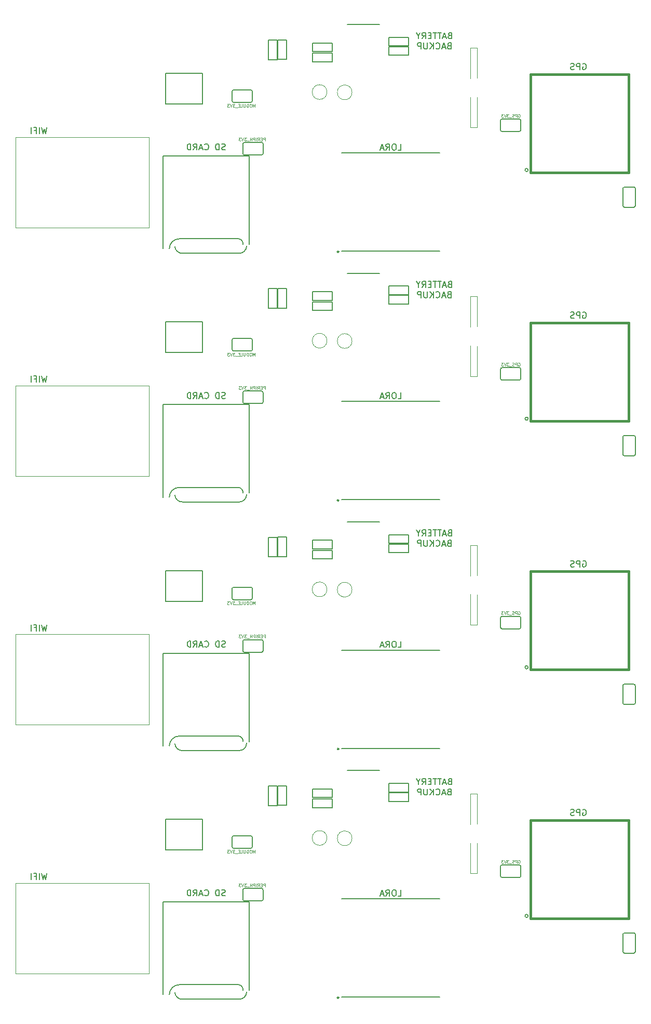
<source format=gbr>
G04 #@! TF.GenerationSoftware,KiCad,Pcbnew,(5.0.1-3-g963ef8bb5)*
G04 #@! TF.CreationDate,2019-02-11T18:03:15-05:00*
G04 #@! TF.ProjectId,fk-core-v0.15-01x04,666B2D636F72652D76302E31352D3031,0.1*
G04 #@! TF.SameCoordinates,PX791ddc0PY791ddc0*
G04 #@! TF.FileFunction,Legend,Bot*
G04 #@! TF.FilePolarity,Positive*
%FSLAX46Y46*%
G04 Gerber Fmt 4.6, Leading zero omitted, Abs format (unit mm)*
G04 Created by KiCad (PCBNEW (5.0.1-3-g963ef8bb5)) date Monday, February 11, 2019 at 06:03:15 PM*
%MOMM*%
%LPD*%
G01*
G04 APERTURE LIST*
%ADD10C,0.180000*%
%ADD11C,0.100000*%
%ADD12C,0.120000*%
%ADD13C,0.127000*%
%ADD14C,0.152400*%
%ADD15C,0.150000*%
%ADD16C,0.300000*%
%ADD17C,0.381000*%
G04 APERTURE END LIST*
D10*
X-10972943Y-52711980D02*
X-10496753Y-52711980D01*
X-10496753Y-51711980D01*
X-11496753Y-51711980D02*
X-11687229Y-51711980D01*
X-11782467Y-51759600D01*
X-11877705Y-51854838D01*
X-11925324Y-52045314D01*
X-11925324Y-52378647D01*
X-11877705Y-52569123D01*
X-11782467Y-52664361D01*
X-11687229Y-52711980D01*
X-11496753Y-52711980D01*
X-11401515Y-52664361D01*
X-11306277Y-52569123D01*
X-11258658Y-52378647D01*
X-11258658Y-52045314D01*
X-11306277Y-51854838D01*
X-11401515Y-51759600D01*
X-11496753Y-51711980D01*
X-12925324Y-52711980D02*
X-12591991Y-52235790D01*
X-12353896Y-52711980D02*
X-12353896Y-51711980D01*
X-12734848Y-51711980D01*
X-12830086Y-51759600D01*
X-12877705Y-51807219D01*
X-12925324Y-51902457D01*
X-12925324Y-52045314D01*
X-12877705Y-52140552D01*
X-12830086Y-52188171D01*
X-12734848Y-52235790D01*
X-12353896Y-52235790D01*
X-13306277Y-52426266D02*
X-13782467Y-52426266D01*
X-13211039Y-52711980D02*
X-13544372Y-51711980D01*
X-13877705Y-52711980D01*
X-2529200Y-34050771D02*
X-2672058Y-34098390D01*
X-2719677Y-34146009D01*
X-2767296Y-34241247D01*
X-2767296Y-34384104D01*
X-2719677Y-34479342D01*
X-2672058Y-34526961D01*
X-2576820Y-34574580D01*
X-2195867Y-34574580D01*
X-2195867Y-33574580D01*
X-2529200Y-33574580D01*
X-2624439Y-33622200D01*
X-2672058Y-33669819D01*
X-2719677Y-33765057D01*
X-2719677Y-33860295D01*
X-2672058Y-33955533D01*
X-2624439Y-34003152D01*
X-2529200Y-34050771D01*
X-2195867Y-34050771D01*
X-3148248Y-34288866D02*
X-3624439Y-34288866D01*
X-3053010Y-34574580D02*
X-3386343Y-33574580D01*
X-3719677Y-34574580D01*
X-3910153Y-33574580D02*
X-4481581Y-33574580D01*
X-4195867Y-34574580D02*
X-4195867Y-33574580D01*
X-4672058Y-33574580D02*
X-5243486Y-33574580D01*
X-4957772Y-34574580D02*
X-4957772Y-33574580D01*
X-5576820Y-34050771D02*
X-5910153Y-34050771D01*
X-6053010Y-34574580D02*
X-5576820Y-34574580D01*
X-5576820Y-33574580D01*
X-6053010Y-33574580D01*
X-7053010Y-34574580D02*
X-6719677Y-34098390D01*
X-6481581Y-34574580D02*
X-6481581Y-33574580D01*
X-6862534Y-33574580D01*
X-6957772Y-33622200D01*
X-7005391Y-33669819D01*
X-7053010Y-33765057D01*
X-7053010Y-33907914D01*
X-7005391Y-34003152D01*
X-6957772Y-34050771D01*
X-6862534Y-34098390D01*
X-6481581Y-34098390D01*
X-7672058Y-34098390D02*
X-7672058Y-34574580D01*
X-7338724Y-33574580D02*
X-7672058Y-34098390D01*
X-8005391Y-33574580D01*
X-2648248Y-35730771D02*
X-2791105Y-35778390D01*
X-2838724Y-35826009D01*
X-2886343Y-35921247D01*
X-2886343Y-36064104D01*
X-2838724Y-36159342D01*
X-2791105Y-36206961D01*
X-2695867Y-36254580D01*
X-2314915Y-36254580D01*
X-2314915Y-35254580D01*
X-2648248Y-35254580D01*
X-2743486Y-35302200D01*
X-2791105Y-35349819D01*
X-2838724Y-35445057D01*
X-2838724Y-35540295D01*
X-2791105Y-35635533D01*
X-2743486Y-35683152D01*
X-2648248Y-35730771D01*
X-2314915Y-35730771D01*
X-3267296Y-35968866D02*
X-3743486Y-35968866D01*
X-3172058Y-36254580D02*
X-3505391Y-35254580D01*
X-3838724Y-36254580D01*
X-4743486Y-36159342D02*
X-4695867Y-36206961D01*
X-4553010Y-36254580D01*
X-4457772Y-36254580D01*
X-4314915Y-36206961D01*
X-4219677Y-36111723D01*
X-4172058Y-36016485D01*
X-4124439Y-35826009D01*
X-4124439Y-35683152D01*
X-4172058Y-35492676D01*
X-4219677Y-35397438D01*
X-4314915Y-35302200D01*
X-4457772Y-35254580D01*
X-4553010Y-35254580D01*
X-4695867Y-35302200D01*
X-4743486Y-35349819D01*
X-5172058Y-36254580D02*
X-5172058Y-35254580D01*
X-5743486Y-36254580D02*
X-5314915Y-35683152D01*
X-5743486Y-35254580D02*
X-5172058Y-35826009D01*
X-6172058Y-35254580D02*
X-6172058Y-36064104D01*
X-6219677Y-36159342D01*
X-6267296Y-36206961D01*
X-6362534Y-36254580D01*
X-6553010Y-36254580D01*
X-6648248Y-36206961D01*
X-6695867Y-36159342D01*
X-6743486Y-36064104D01*
X-6743486Y-35254580D01*
X-7219677Y-36254580D02*
X-7219677Y-35254580D01*
X-7600629Y-35254580D01*
X-7695867Y-35302200D01*
X-7743486Y-35349819D01*
X-7791105Y-35445057D01*
X-7791105Y-35587914D01*
X-7743486Y-35683152D01*
X-7695867Y-35730771D01*
X-7600629Y-35778390D01*
X-7219677Y-35778390D01*
X-39144962Y-52638961D02*
X-39287820Y-52686580D01*
X-39525915Y-52686580D01*
X-39621153Y-52638961D01*
X-39668772Y-52591342D01*
X-39716391Y-52496104D01*
X-39716391Y-52400866D01*
X-39668772Y-52305628D01*
X-39621153Y-52258009D01*
X-39525915Y-52210390D01*
X-39335439Y-52162771D01*
X-39240200Y-52115152D01*
X-39192581Y-52067533D01*
X-39144962Y-51972295D01*
X-39144962Y-51877057D01*
X-39192581Y-51781819D01*
X-39240200Y-51734200D01*
X-39335439Y-51686580D01*
X-39573534Y-51686580D01*
X-39716391Y-51734200D01*
X-40144962Y-52686580D02*
X-40144962Y-51686580D01*
X-40383058Y-51686580D01*
X-40525915Y-51734200D01*
X-40621153Y-51829438D01*
X-40668772Y-51924676D01*
X-40716391Y-52115152D01*
X-40716391Y-52258009D01*
X-40668772Y-52448485D01*
X-40621153Y-52543723D01*
X-40525915Y-52638961D01*
X-40383058Y-52686580D01*
X-40144962Y-52686580D01*
X-42478296Y-52591342D02*
X-42430677Y-52638961D01*
X-42287820Y-52686580D01*
X-42192581Y-52686580D01*
X-42049724Y-52638961D01*
X-41954486Y-52543723D01*
X-41906867Y-52448485D01*
X-41859248Y-52258009D01*
X-41859248Y-52115152D01*
X-41906867Y-51924676D01*
X-41954486Y-51829438D01*
X-42049724Y-51734200D01*
X-42192581Y-51686580D01*
X-42287820Y-51686580D01*
X-42430677Y-51734200D01*
X-42478296Y-51781819D01*
X-42859248Y-52400866D02*
X-43335439Y-52400866D01*
X-42764010Y-52686580D02*
X-43097343Y-51686580D01*
X-43430677Y-52686580D01*
X-44335439Y-52686580D02*
X-44002105Y-52210390D01*
X-43764010Y-52686580D02*
X-43764010Y-51686580D01*
X-44144962Y-51686580D01*
X-44240200Y-51734200D01*
X-44287820Y-51781819D01*
X-44335439Y-51877057D01*
X-44335439Y-52019914D01*
X-44287820Y-52115152D01*
X-44240200Y-52162771D01*
X-44144962Y-52210390D01*
X-43764010Y-52210390D01*
X-44764010Y-52686580D02*
X-44764010Y-51686580D01*
X-45002105Y-51686580D01*
X-45144962Y-51734200D01*
X-45240200Y-51829438D01*
X-45287820Y-51924676D01*
X-45335439Y-52115152D01*
X-45335439Y-52258009D01*
X-45287820Y-52448485D01*
X-45240200Y-52543723D01*
X-45144962Y-52638961D01*
X-45002105Y-52686580D01*
X-44764010Y-52686580D01*
X-68211867Y-49019580D02*
X-68449962Y-50019580D01*
X-68640439Y-49305295D01*
X-68830915Y-50019580D01*
X-69069010Y-49019580D01*
X-69449962Y-50019580D02*
X-69449962Y-49019580D01*
X-70259486Y-49495771D02*
X-69926153Y-49495771D01*
X-69926153Y-50019580D02*
X-69926153Y-49019580D01*
X-70402343Y-49019580D01*
X-70783296Y-50019580D02*
X-70783296Y-49019580D01*
X19180085Y-38653200D02*
X19275323Y-38605580D01*
X19418180Y-38605580D01*
X19561038Y-38653200D01*
X19656276Y-38748438D01*
X19703895Y-38843676D01*
X19751514Y-39034152D01*
X19751514Y-39177009D01*
X19703895Y-39367485D01*
X19656276Y-39462723D01*
X19561038Y-39557961D01*
X19418180Y-39605580D01*
X19322942Y-39605580D01*
X19180085Y-39557961D01*
X19132466Y-39510342D01*
X19132466Y-39177009D01*
X19322942Y-39177009D01*
X18703895Y-39605580D02*
X18703895Y-38605580D01*
X18322942Y-38605580D01*
X18227704Y-38653200D01*
X18180085Y-38700819D01*
X18132466Y-38796057D01*
X18132466Y-38938914D01*
X18180085Y-39034152D01*
X18227704Y-39081771D01*
X18322942Y-39129390D01*
X18703895Y-39129390D01*
X17751514Y-39557961D02*
X17608657Y-39605580D01*
X17370561Y-39605580D01*
X17275323Y-39557961D01*
X17227704Y-39510342D01*
X17180085Y-39415104D01*
X17180085Y-39319866D01*
X17227704Y-39224628D01*
X17275323Y-39177009D01*
X17370561Y-39129390D01*
X17561038Y-39081771D01*
X17656276Y-39034152D01*
X17703895Y-38986533D01*
X17751514Y-38891295D01*
X17751514Y-38796057D01*
X17703895Y-38700819D01*
X17656276Y-38653200D01*
X17561038Y-38605580D01*
X17322942Y-38605580D01*
X17180085Y-38653200D01*
D11*
X-34275200Y-45729390D02*
X-34275200Y-45229390D01*
X-34441867Y-45586533D01*
X-34608534Y-45229390D01*
X-34608534Y-45729390D01*
X-34941867Y-45229390D02*
X-35037105Y-45229390D01*
X-35084724Y-45253200D01*
X-35132343Y-45300819D01*
X-35156153Y-45396057D01*
X-35156153Y-45562723D01*
X-35132343Y-45657961D01*
X-35084724Y-45705580D01*
X-35037105Y-45729390D01*
X-34941867Y-45729390D01*
X-34894248Y-45705580D01*
X-34846629Y-45657961D01*
X-34822820Y-45562723D01*
X-34822820Y-45396057D01*
X-34846629Y-45300819D01*
X-34894248Y-45253200D01*
X-34941867Y-45229390D01*
X-35370439Y-45729390D02*
X-35370439Y-45229390D01*
X-35489486Y-45229390D01*
X-35560915Y-45253200D01*
X-35608534Y-45300819D01*
X-35632343Y-45348438D01*
X-35656153Y-45443676D01*
X-35656153Y-45515104D01*
X-35632343Y-45610342D01*
X-35608534Y-45657961D01*
X-35560915Y-45705580D01*
X-35489486Y-45729390D01*
X-35370439Y-45729390D01*
X-35870439Y-45229390D02*
X-35870439Y-45634152D01*
X-35894248Y-45681771D01*
X-35918058Y-45705580D01*
X-35965677Y-45729390D01*
X-36060915Y-45729390D01*
X-36108534Y-45705580D01*
X-36132343Y-45681771D01*
X-36156153Y-45634152D01*
X-36156153Y-45229390D01*
X-36632343Y-45729390D02*
X-36394248Y-45729390D01*
X-36394248Y-45229390D01*
X-36799010Y-45467485D02*
X-36965677Y-45467485D01*
X-37037105Y-45729390D02*
X-36799010Y-45729390D01*
X-36799010Y-45229390D01*
X-37037105Y-45229390D01*
X-37132343Y-45777009D02*
X-37513296Y-45777009D01*
X-37584724Y-45229390D02*
X-37894248Y-45229390D01*
X-37727581Y-45419866D01*
X-37799010Y-45419866D01*
X-37846629Y-45443676D01*
X-37870439Y-45467485D01*
X-37894248Y-45515104D01*
X-37894248Y-45634152D01*
X-37870439Y-45681771D01*
X-37846629Y-45705580D01*
X-37799010Y-45729390D01*
X-37656153Y-45729390D01*
X-37608534Y-45705580D01*
X-37584724Y-45681771D01*
X-38037105Y-45229390D02*
X-38203772Y-45729390D01*
X-38370439Y-45229390D01*
X-38489486Y-45229390D02*
X-38799010Y-45229390D01*
X-38632343Y-45419866D01*
X-38703772Y-45419866D01*
X-38751391Y-45443676D01*
X-38775200Y-45467485D01*
X-38799010Y-45515104D01*
X-38799010Y-45634152D01*
X-38775200Y-45681771D01*
X-38751391Y-45705580D01*
X-38703772Y-45729390D01*
X-38560915Y-45729390D01*
X-38513296Y-45705580D01*
X-38489486Y-45681771D01*
X-32628153Y-51190390D02*
X-32628153Y-50690390D01*
X-32818629Y-50690390D01*
X-32866248Y-50714200D01*
X-32890058Y-50738009D01*
X-32913867Y-50785628D01*
X-32913867Y-50857057D01*
X-32890058Y-50904676D01*
X-32866248Y-50928485D01*
X-32818629Y-50952295D01*
X-32628153Y-50952295D01*
X-33128153Y-50928485D02*
X-33294820Y-50928485D01*
X-33366248Y-51190390D02*
X-33128153Y-51190390D01*
X-33128153Y-50690390D01*
X-33366248Y-50690390D01*
X-33866248Y-51190390D02*
X-33699581Y-50952295D01*
X-33580534Y-51190390D02*
X-33580534Y-50690390D01*
X-33771010Y-50690390D01*
X-33818629Y-50714200D01*
X-33842439Y-50738009D01*
X-33866248Y-50785628D01*
X-33866248Y-50857057D01*
X-33842439Y-50904676D01*
X-33818629Y-50928485D01*
X-33771010Y-50952295D01*
X-33580534Y-50952295D01*
X-34080534Y-51190390D02*
X-34080534Y-50690390D01*
X-34318629Y-51190390D02*
X-34318629Y-50690390D01*
X-34509105Y-50690390D01*
X-34556724Y-50714200D01*
X-34580534Y-50738009D01*
X-34604343Y-50785628D01*
X-34604343Y-50857057D01*
X-34580534Y-50904676D01*
X-34556724Y-50928485D01*
X-34509105Y-50952295D01*
X-34318629Y-50952295D01*
X-34818629Y-51190390D02*
X-34818629Y-50690390D01*
X-34818629Y-50928485D02*
X-35104343Y-50928485D01*
X-35104343Y-51190390D02*
X-35104343Y-50690390D01*
X-35223391Y-51238009D02*
X-35604343Y-51238009D01*
X-35675772Y-50690390D02*
X-35985296Y-50690390D01*
X-35818629Y-50880866D01*
X-35890058Y-50880866D01*
X-35937677Y-50904676D01*
X-35961486Y-50928485D01*
X-35985296Y-50976104D01*
X-35985296Y-51095152D01*
X-35961486Y-51142771D01*
X-35937677Y-51166580D01*
X-35890058Y-51190390D01*
X-35747200Y-51190390D01*
X-35699581Y-51166580D01*
X-35675772Y-51142771D01*
X-36128153Y-50690390D02*
X-36294820Y-51190390D01*
X-36461486Y-50690390D01*
X-36580534Y-50690390D02*
X-36890058Y-50690390D01*
X-36723391Y-50880866D01*
X-36794820Y-50880866D01*
X-36842439Y-50904676D01*
X-36866248Y-50928485D01*
X-36890058Y-50976104D01*
X-36890058Y-51095152D01*
X-36866248Y-51142771D01*
X-36842439Y-51166580D01*
X-36794820Y-51190390D01*
X-36651962Y-51190390D01*
X-36604343Y-51166580D01*
X-36580534Y-51142771D01*
X8654895Y-46904200D02*
X8702514Y-46880390D01*
X8773942Y-46880390D01*
X8845371Y-46904200D01*
X8892990Y-46951819D01*
X8916800Y-46999438D01*
X8940609Y-47094676D01*
X8940609Y-47166104D01*
X8916800Y-47261342D01*
X8892990Y-47308961D01*
X8845371Y-47356580D01*
X8773942Y-47380390D01*
X8726323Y-47380390D01*
X8654895Y-47356580D01*
X8631085Y-47332771D01*
X8631085Y-47166104D01*
X8726323Y-47166104D01*
X8416800Y-47380390D02*
X8416800Y-46880390D01*
X8226323Y-46880390D01*
X8178704Y-46904200D01*
X8154895Y-46928009D01*
X8131085Y-46975628D01*
X8131085Y-47047057D01*
X8154895Y-47094676D01*
X8178704Y-47118485D01*
X8226323Y-47142295D01*
X8416800Y-47142295D01*
X7940609Y-47356580D02*
X7869180Y-47380390D01*
X7750133Y-47380390D01*
X7702514Y-47356580D01*
X7678704Y-47332771D01*
X7654895Y-47285152D01*
X7654895Y-47237533D01*
X7678704Y-47189914D01*
X7702514Y-47166104D01*
X7750133Y-47142295D01*
X7845371Y-47118485D01*
X7892990Y-47094676D01*
X7916800Y-47070866D01*
X7940609Y-47023247D01*
X7940609Y-46975628D01*
X7916800Y-46928009D01*
X7892990Y-46904200D01*
X7845371Y-46880390D01*
X7726323Y-46880390D01*
X7654895Y-46904200D01*
X7559657Y-47428009D02*
X7178704Y-47428009D01*
X7107276Y-46880390D02*
X6797752Y-46880390D01*
X6964419Y-47070866D01*
X6892990Y-47070866D01*
X6845371Y-47094676D01*
X6821561Y-47118485D01*
X6797752Y-47166104D01*
X6797752Y-47285152D01*
X6821561Y-47332771D01*
X6845371Y-47356580D01*
X6892990Y-47380390D01*
X7035847Y-47380390D01*
X7083466Y-47356580D01*
X7107276Y-47332771D01*
X6654895Y-46880390D02*
X6488228Y-47380390D01*
X6321561Y-46880390D01*
X6202514Y-46880390D02*
X5892990Y-46880390D01*
X6059657Y-47070866D01*
X5988228Y-47070866D01*
X5940609Y-47094676D01*
X5916800Y-47118485D01*
X5892990Y-47166104D01*
X5892990Y-47285152D01*
X5916800Y-47332771D01*
X5940609Y-47356580D01*
X5988228Y-47380390D01*
X6131085Y-47380390D01*
X6178704Y-47356580D01*
X6202514Y-47332771D01*
X8654895Y-6404200D02*
X8702514Y-6380390D01*
X8773942Y-6380390D01*
X8845371Y-6404200D01*
X8892990Y-6451819D01*
X8916800Y-6499438D01*
X8940609Y-6594676D01*
X8940609Y-6666104D01*
X8916800Y-6761342D01*
X8892990Y-6808961D01*
X8845371Y-6856580D01*
X8773942Y-6880390D01*
X8726323Y-6880390D01*
X8654895Y-6856580D01*
X8631085Y-6832771D01*
X8631085Y-6666104D01*
X8726323Y-6666104D01*
X8416800Y-6880390D02*
X8416800Y-6380390D01*
X8226323Y-6380390D01*
X8178704Y-6404200D01*
X8154895Y-6428009D01*
X8131085Y-6475628D01*
X8131085Y-6547057D01*
X8154895Y-6594676D01*
X8178704Y-6618485D01*
X8226323Y-6642295D01*
X8416800Y-6642295D01*
X7940609Y-6856580D02*
X7869180Y-6880390D01*
X7750133Y-6880390D01*
X7702514Y-6856580D01*
X7678704Y-6832771D01*
X7654895Y-6785152D01*
X7654895Y-6737533D01*
X7678704Y-6689914D01*
X7702514Y-6666104D01*
X7750133Y-6642295D01*
X7845371Y-6618485D01*
X7892990Y-6594676D01*
X7916800Y-6570866D01*
X7940609Y-6523247D01*
X7940609Y-6475628D01*
X7916800Y-6428009D01*
X7892990Y-6404200D01*
X7845371Y-6380390D01*
X7726323Y-6380390D01*
X7654895Y-6404200D01*
X7559657Y-6928009D02*
X7178704Y-6928009D01*
X7107276Y-6380390D02*
X6797752Y-6380390D01*
X6964419Y-6570866D01*
X6892990Y-6570866D01*
X6845371Y-6594676D01*
X6821561Y-6618485D01*
X6797752Y-6666104D01*
X6797752Y-6785152D01*
X6821561Y-6832771D01*
X6845371Y-6856580D01*
X6892990Y-6880390D01*
X7035847Y-6880390D01*
X7083466Y-6856580D01*
X7107276Y-6832771D01*
X6654895Y-6380390D02*
X6488228Y-6880390D01*
X6321561Y-6380390D01*
X6202514Y-6380390D02*
X5892990Y-6380390D01*
X6059657Y-6570866D01*
X5988228Y-6570866D01*
X5940609Y-6594676D01*
X5916800Y-6618485D01*
X5892990Y-6666104D01*
X5892990Y-6785152D01*
X5916800Y-6832771D01*
X5940609Y-6856580D01*
X5988228Y-6880390D01*
X6131085Y-6880390D01*
X6178704Y-6856580D01*
X6202514Y-6832771D01*
D10*
X19180085Y1846800D02*
X19275323Y1894420D01*
X19418180Y1894420D01*
X19561038Y1846800D01*
X19656276Y1751562D01*
X19703895Y1656324D01*
X19751514Y1465848D01*
X19751514Y1322991D01*
X19703895Y1132515D01*
X19656276Y1037277D01*
X19561038Y942039D01*
X19418180Y894420D01*
X19322942Y894420D01*
X19180085Y942039D01*
X19132466Y989658D01*
X19132466Y1322991D01*
X19322942Y1322991D01*
X18703895Y894420D02*
X18703895Y1894420D01*
X18322942Y1894420D01*
X18227704Y1846800D01*
X18180085Y1799181D01*
X18132466Y1703943D01*
X18132466Y1561086D01*
X18180085Y1465848D01*
X18227704Y1418229D01*
X18322942Y1370610D01*
X18703895Y1370610D01*
X17751514Y942039D02*
X17608657Y894420D01*
X17370561Y894420D01*
X17275323Y942039D01*
X17227704Y989658D01*
X17180085Y1084896D01*
X17180085Y1180134D01*
X17227704Y1275372D01*
X17275323Y1322991D01*
X17370561Y1370610D01*
X17561038Y1418229D01*
X17656276Y1465848D01*
X17703895Y1513467D01*
X17751514Y1608705D01*
X17751514Y1703943D01*
X17703895Y1799181D01*
X17656276Y1846800D01*
X17561038Y1894420D01*
X17322942Y1894420D01*
X17180085Y1846800D01*
X-10972943Y-12211980D02*
X-10496753Y-12211980D01*
X-10496753Y-11211980D01*
X-11496753Y-11211980D02*
X-11687229Y-11211980D01*
X-11782467Y-11259600D01*
X-11877705Y-11354838D01*
X-11925324Y-11545314D01*
X-11925324Y-11878647D01*
X-11877705Y-12069123D01*
X-11782467Y-12164361D01*
X-11687229Y-12211980D01*
X-11496753Y-12211980D01*
X-11401515Y-12164361D01*
X-11306277Y-12069123D01*
X-11258658Y-11878647D01*
X-11258658Y-11545314D01*
X-11306277Y-11354838D01*
X-11401515Y-11259600D01*
X-11496753Y-11211980D01*
X-12925324Y-12211980D02*
X-12591991Y-11735790D01*
X-12353896Y-12211980D02*
X-12353896Y-11211980D01*
X-12734848Y-11211980D01*
X-12830086Y-11259600D01*
X-12877705Y-11307219D01*
X-12925324Y-11402457D01*
X-12925324Y-11545314D01*
X-12877705Y-11640552D01*
X-12830086Y-11688171D01*
X-12734848Y-11735790D01*
X-12353896Y-11735790D01*
X-13306277Y-11926266D02*
X-13782467Y-11926266D01*
X-13211039Y-12211980D02*
X-13544372Y-11211980D01*
X-13877705Y-12211980D01*
X-39144962Y-12138961D02*
X-39287820Y-12186580D01*
X-39525915Y-12186580D01*
X-39621153Y-12138961D01*
X-39668772Y-12091342D01*
X-39716391Y-11996104D01*
X-39716391Y-11900866D01*
X-39668772Y-11805628D01*
X-39621153Y-11758009D01*
X-39525915Y-11710390D01*
X-39335439Y-11662771D01*
X-39240200Y-11615152D01*
X-39192581Y-11567533D01*
X-39144962Y-11472295D01*
X-39144962Y-11377057D01*
X-39192581Y-11281819D01*
X-39240200Y-11234200D01*
X-39335439Y-11186580D01*
X-39573534Y-11186580D01*
X-39716391Y-11234200D01*
X-40144962Y-12186580D02*
X-40144962Y-11186580D01*
X-40383058Y-11186580D01*
X-40525915Y-11234200D01*
X-40621153Y-11329438D01*
X-40668772Y-11424676D01*
X-40716391Y-11615152D01*
X-40716391Y-11758009D01*
X-40668772Y-11948485D01*
X-40621153Y-12043723D01*
X-40525915Y-12138961D01*
X-40383058Y-12186580D01*
X-40144962Y-12186580D01*
X-42478296Y-12091342D02*
X-42430677Y-12138961D01*
X-42287820Y-12186580D01*
X-42192581Y-12186580D01*
X-42049724Y-12138961D01*
X-41954486Y-12043723D01*
X-41906867Y-11948485D01*
X-41859248Y-11758009D01*
X-41859248Y-11615152D01*
X-41906867Y-11424676D01*
X-41954486Y-11329438D01*
X-42049724Y-11234200D01*
X-42192581Y-11186580D01*
X-42287820Y-11186580D01*
X-42430677Y-11234200D01*
X-42478296Y-11281819D01*
X-42859248Y-11900866D02*
X-43335439Y-11900866D01*
X-42764010Y-12186580D02*
X-43097343Y-11186580D01*
X-43430677Y-12186580D01*
X-44335439Y-12186580D02*
X-44002105Y-11710390D01*
X-43764010Y-12186580D02*
X-43764010Y-11186580D01*
X-44144962Y-11186580D01*
X-44240200Y-11234200D01*
X-44287820Y-11281819D01*
X-44335439Y-11377057D01*
X-44335439Y-11519914D01*
X-44287820Y-11615152D01*
X-44240200Y-11662771D01*
X-44144962Y-11710390D01*
X-43764010Y-11710390D01*
X-44764010Y-12186580D02*
X-44764010Y-11186580D01*
X-45002105Y-11186580D01*
X-45144962Y-11234200D01*
X-45240200Y-11329438D01*
X-45287820Y-11424676D01*
X-45335439Y-11615152D01*
X-45335439Y-11758009D01*
X-45287820Y-11948485D01*
X-45240200Y-12043723D01*
X-45144962Y-12138961D01*
X-45002105Y-12186580D01*
X-44764010Y-12186580D01*
D11*
X-34275200Y-5229390D02*
X-34275200Y-4729390D01*
X-34441867Y-5086533D01*
X-34608534Y-4729390D01*
X-34608534Y-5229390D01*
X-34941867Y-4729390D02*
X-35037105Y-4729390D01*
X-35084724Y-4753200D01*
X-35132343Y-4800819D01*
X-35156153Y-4896057D01*
X-35156153Y-5062723D01*
X-35132343Y-5157961D01*
X-35084724Y-5205580D01*
X-35037105Y-5229390D01*
X-34941867Y-5229390D01*
X-34894248Y-5205580D01*
X-34846629Y-5157961D01*
X-34822820Y-5062723D01*
X-34822820Y-4896057D01*
X-34846629Y-4800819D01*
X-34894248Y-4753200D01*
X-34941867Y-4729390D01*
X-35370439Y-5229390D02*
X-35370439Y-4729390D01*
X-35489486Y-4729390D01*
X-35560915Y-4753200D01*
X-35608534Y-4800819D01*
X-35632343Y-4848438D01*
X-35656153Y-4943676D01*
X-35656153Y-5015104D01*
X-35632343Y-5110342D01*
X-35608534Y-5157961D01*
X-35560915Y-5205580D01*
X-35489486Y-5229390D01*
X-35370439Y-5229390D01*
X-35870439Y-4729390D02*
X-35870439Y-5134152D01*
X-35894248Y-5181771D01*
X-35918058Y-5205580D01*
X-35965677Y-5229390D01*
X-36060915Y-5229390D01*
X-36108534Y-5205580D01*
X-36132343Y-5181771D01*
X-36156153Y-5134152D01*
X-36156153Y-4729390D01*
X-36632343Y-5229390D02*
X-36394248Y-5229390D01*
X-36394248Y-4729390D01*
X-36799010Y-4967485D02*
X-36965677Y-4967485D01*
X-37037105Y-5229390D02*
X-36799010Y-5229390D01*
X-36799010Y-4729390D01*
X-37037105Y-4729390D01*
X-37132343Y-5277009D02*
X-37513296Y-5277009D01*
X-37584724Y-4729390D02*
X-37894248Y-4729390D01*
X-37727581Y-4919866D01*
X-37799010Y-4919866D01*
X-37846629Y-4943676D01*
X-37870439Y-4967485D01*
X-37894248Y-5015104D01*
X-37894248Y-5134152D01*
X-37870439Y-5181771D01*
X-37846629Y-5205580D01*
X-37799010Y-5229390D01*
X-37656153Y-5229390D01*
X-37608534Y-5205580D01*
X-37584724Y-5181771D01*
X-38037105Y-4729390D02*
X-38203772Y-5229390D01*
X-38370439Y-4729390D01*
X-38489486Y-4729390D02*
X-38799010Y-4729390D01*
X-38632343Y-4919866D01*
X-38703772Y-4919866D01*
X-38751391Y-4943676D01*
X-38775200Y-4967485D01*
X-38799010Y-5015104D01*
X-38799010Y-5134152D01*
X-38775200Y-5181771D01*
X-38751391Y-5205580D01*
X-38703772Y-5229390D01*
X-38560915Y-5229390D01*
X-38513296Y-5205580D01*
X-38489486Y-5181771D01*
D10*
X-2529200Y6449229D02*
X-2672058Y6401610D01*
X-2719677Y6353991D01*
X-2767296Y6258753D01*
X-2767296Y6115896D01*
X-2719677Y6020658D01*
X-2672058Y5973039D01*
X-2576820Y5925420D01*
X-2195867Y5925420D01*
X-2195867Y6925420D01*
X-2529200Y6925420D01*
X-2624439Y6877800D01*
X-2672058Y6830181D01*
X-2719677Y6734943D01*
X-2719677Y6639705D01*
X-2672058Y6544467D01*
X-2624439Y6496848D01*
X-2529200Y6449229D01*
X-2195867Y6449229D01*
X-3148248Y6211134D02*
X-3624439Y6211134D01*
X-3053010Y5925420D02*
X-3386343Y6925420D01*
X-3719677Y5925420D01*
X-3910153Y6925420D02*
X-4481581Y6925420D01*
X-4195867Y5925420D02*
X-4195867Y6925420D01*
X-4672058Y6925420D02*
X-5243486Y6925420D01*
X-4957772Y5925420D02*
X-4957772Y6925420D01*
X-5576820Y6449229D02*
X-5910153Y6449229D01*
X-6053010Y5925420D02*
X-5576820Y5925420D01*
X-5576820Y6925420D01*
X-6053010Y6925420D01*
X-7053010Y5925420D02*
X-6719677Y6401610D01*
X-6481581Y5925420D02*
X-6481581Y6925420D01*
X-6862534Y6925420D01*
X-6957772Y6877800D01*
X-7005391Y6830181D01*
X-7053010Y6734943D01*
X-7053010Y6592086D01*
X-7005391Y6496848D01*
X-6957772Y6449229D01*
X-6862534Y6401610D01*
X-6481581Y6401610D01*
X-7672058Y6401610D02*
X-7672058Y5925420D01*
X-7338724Y6925420D02*
X-7672058Y6401610D01*
X-8005391Y6925420D01*
X-2648248Y4769229D02*
X-2791105Y4721610D01*
X-2838724Y4673991D01*
X-2886343Y4578753D01*
X-2886343Y4435896D01*
X-2838724Y4340658D01*
X-2791105Y4293039D01*
X-2695867Y4245420D01*
X-2314915Y4245420D01*
X-2314915Y5245420D01*
X-2648248Y5245420D01*
X-2743486Y5197800D01*
X-2791105Y5150181D01*
X-2838724Y5054943D01*
X-2838724Y4959705D01*
X-2791105Y4864467D01*
X-2743486Y4816848D01*
X-2648248Y4769229D01*
X-2314915Y4769229D01*
X-3267296Y4531134D02*
X-3743486Y4531134D01*
X-3172058Y4245420D02*
X-3505391Y5245420D01*
X-3838724Y4245420D01*
X-4743486Y4340658D02*
X-4695867Y4293039D01*
X-4553010Y4245420D01*
X-4457772Y4245420D01*
X-4314915Y4293039D01*
X-4219677Y4388277D01*
X-4172058Y4483515D01*
X-4124439Y4673991D01*
X-4124439Y4816848D01*
X-4172058Y5007324D01*
X-4219677Y5102562D01*
X-4314915Y5197800D01*
X-4457772Y5245420D01*
X-4553010Y5245420D01*
X-4695867Y5197800D01*
X-4743486Y5150181D01*
X-5172058Y4245420D02*
X-5172058Y5245420D01*
X-5743486Y4245420D02*
X-5314915Y4816848D01*
X-5743486Y5245420D02*
X-5172058Y4673991D01*
X-6172058Y5245420D02*
X-6172058Y4435896D01*
X-6219677Y4340658D01*
X-6267296Y4293039D01*
X-6362534Y4245420D01*
X-6553010Y4245420D01*
X-6648248Y4293039D01*
X-6695867Y4340658D01*
X-6743486Y4435896D01*
X-6743486Y5245420D01*
X-7219677Y4245420D02*
X-7219677Y5245420D01*
X-7600629Y5245420D01*
X-7695867Y5197800D01*
X-7743486Y5150181D01*
X-7791105Y5054943D01*
X-7791105Y4912086D01*
X-7743486Y4816848D01*
X-7695867Y4769229D01*
X-7600629Y4721610D01*
X-7219677Y4721610D01*
X-68211867Y-8519580D02*
X-68449962Y-9519580D01*
X-68640439Y-8805295D01*
X-68830915Y-9519580D01*
X-69069010Y-8519580D01*
X-69449962Y-9519580D02*
X-69449962Y-8519580D01*
X-70259486Y-8995771D02*
X-69926153Y-8995771D01*
X-69926153Y-9519580D02*
X-69926153Y-8519580D01*
X-70402343Y-8519580D01*
X-70783296Y-9519580D02*
X-70783296Y-8519580D01*
D11*
X-32628153Y-10690390D02*
X-32628153Y-10190390D01*
X-32818629Y-10190390D01*
X-32866248Y-10214200D01*
X-32890058Y-10238009D01*
X-32913867Y-10285628D01*
X-32913867Y-10357057D01*
X-32890058Y-10404676D01*
X-32866248Y-10428485D01*
X-32818629Y-10452295D01*
X-32628153Y-10452295D01*
X-33128153Y-10428485D02*
X-33294820Y-10428485D01*
X-33366248Y-10690390D02*
X-33128153Y-10690390D01*
X-33128153Y-10190390D01*
X-33366248Y-10190390D01*
X-33866248Y-10690390D02*
X-33699581Y-10452295D01*
X-33580534Y-10690390D02*
X-33580534Y-10190390D01*
X-33771010Y-10190390D01*
X-33818629Y-10214200D01*
X-33842439Y-10238009D01*
X-33866248Y-10285628D01*
X-33866248Y-10357057D01*
X-33842439Y-10404676D01*
X-33818629Y-10428485D01*
X-33771010Y-10452295D01*
X-33580534Y-10452295D01*
X-34080534Y-10690390D02*
X-34080534Y-10190390D01*
X-34318629Y-10690390D02*
X-34318629Y-10190390D01*
X-34509105Y-10190390D01*
X-34556724Y-10214200D01*
X-34580534Y-10238009D01*
X-34604343Y-10285628D01*
X-34604343Y-10357057D01*
X-34580534Y-10404676D01*
X-34556724Y-10428485D01*
X-34509105Y-10452295D01*
X-34318629Y-10452295D01*
X-34818629Y-10690390D02*
X-34818629Y-10190390D01*
X-34818629Y-10428485D02*
X-35104343Y-10428485D01*
X-35104343Y-10690390D02*
X-35104343Y-10190390D01*
X-35223391Y-10738009D02*
X-35604343Y-10738009D01*
X-35675772Y-10190390D02*
X-35985296Y-10190390D01*
X-35818629Y-10380866D01*
X-35890058Y-10380866D01*
X-35937677Y-10404676D01*
X-35961486Y-10428485D01*
X-35985296Y-10476104D01*
X-35985296Y-10595152D01*
X-35961486Y-10642771D01*
X-35937677Y-10666580D01*
X-35890058Y-10690390D01*
X-35747200Y-10690390D01*
X-35699581Y-10666580D01*
X-35675772Y-10642771D01*
X-36128153Y-10190390D02*
X-36294820Y-10690390D01*
X-36461486Y-10190390D01*
X-36580534Y-10190390D02*
X-36890058Y-10190390D01*
X-36723391Y-10380866D01*
X-36794820Y-10380866D01*
X-36842439Y-10404676D01*
X-36866248Y-10428485D01*
X-36890058Y-10476104D01*
X-36890058Y-10595152D01*
X-36866248Y-10642771D01*
X-36842439Y-10666580D01*
X-36794820Y-10690390D01*
X-36651962Y-10690390D01*
X-36604343Y-10666580D01*
X-36580534Y-10642771D01*
D10*
X-68211867Y31980420D02*
X-68449962Y30980420D01*
X-68640439Y31694705D01*
X-68830915Y30980420D01*
X-69069010Y31980420D01*
X-69449962Y30980420D02*
X-69449962Y31980420D01*
X-70259486Y31504229D02*
X-69926153Y31504229D01*
X-69926153Y30980420D02*
X-69926153Y31980420D01*
X-70402343Y31980420D01*
X-70783296Y30980420D02*
X-70783296Y31980420D01*
X-2529200Y46949229D02*
X-2672058Y46901610D01*
X-2719677Y46853991D01*
X-2767296Y46758753D01*
X-2767296Y46615896D01*
X-2719677Y46520658D01*
X-2672058Y46473039D01*
X-2576820Y46425420D01*
X-2195867Y46425420D01*
X-2195867Y47425420D01*
X-2529200Y47425420D01*
X-2624439Y47377800D01*
X-2672058Y47330181D01*
X-2719677Y47234943D01*
X-2719677Y47139705D01*
X-2672058Y47044467D01*
X-2624439Y46996848D01*
X-2529200Y46949229D01*
X-2195867Y46949229D01*
X-3148248Y46711134D02*
X-3624439Y46711134D01*
X-3053010Y46425420D02*
X-3386343Y47425420D01*
X-3719677Y46425420D01*
X-3910153Y47425420D02*
X-4481581Y47425420D01*
X-4195867Y46425420D02*
X-4195867Y47425420D01*
X-4672058Y47425420D02*
X-5243486Y47425420D01*
X-4957772Y46425420D02*
X-4957772Y47425420D01*
X-5576820Y46949229D02*
X-5910153Y46949229D01*
X-6053010Y46425420D02*
X-5576820Y46425420D01*
X-5576820Y47425420D01*
X-6053010Y47425420D01*
X-7053010Y46425420D02*
X-6719677Y46901610D01*
X-6481581Y46425420D02*
X-6481581Y47425420D01*
X-6862534Y47425420D01*
X-6957772Y47377800D01*
X-7005391Y47330181D01*
X-7053010Y47234943D01*
X-7053010Y47092086D01*
X-7005391Y46996848D01*
X-6957772Y46949229D01*
X-6862534Y46901610D01*
X-6481581Y46901610D01*
X-7672058Y46901610D02*
X-7672058Y46425420D01*
X-7338724Y47425420D02*
X-7672058Y46901610D01*
X-8005391Y47425420D01*
X-2648248Y45269229D02*
X-2791105Y45221610D01*
X-2838724Y45173991D01*
X-2886343Y45078753D01*
X-2886343Y44935896D01*
X-2838724Y44840658D01*
X-2791105Y44793039D01*
X-2695867Y44745420D01*
X-2314915Y44745420D01*
X-2314915Y45745420D01*
X-2648248Y45745420D01*
X-2743486Y45697800D01*
X-2791105Y45650181D01*
X-2838724Y45554943D01*
X-2838724Y45459705D01*
X-2791105Y45364467D01*
X-2743486Y45316848D01*
X-2648248Y45269229D01*
X-2314915Y45269229D01*
X-3267296Y45031134D02*
X-3743486Y45031134D01*
X-3172058Y44745420D02*
X-3505391Y45745420D01*
X-3838724Y44745420D01*
X-4743486Y44840658D02*
X-4695867Y44793039D01*
X-4553010Y44745420D01*
X-4457772Y44745420D01*
X-4314915Y44793039D01*
X-4219677Y44888277D01*
X-4172058Y44983515D01*
X-4124439Y45173991D01*
X-4124439Y45316848D01*
X-4172058Y45507324D01*
X-4219677Y45602562D01*
X-4314915Y45697800D01*
X-4457772Y45745420D01*
X-4553010Y45745420D01*
X-4695867Y45697800D01*
X-4743486Y45650181D01*
X-5172058Y44745420D02*
X-5172058Y45745420D01*
X-5743486Y44745420D02*
X-5314915Y45316848D01*
X-5743486Y45745420D02*
X-5172058Y45173991D01*
X-6172058Y45745420D02*
X-6172058Y44935896D01*
X-6219677Y44840658D01*
X-6267296Y44793039D01*
X-6362534Y44745420D01*
X-6553010Y44745420D01*
X-6648248Y44793039D01*
X-6695867Y44840658D01*
X-6743486Y44935896D01*
X-6743486Y45745420D01*
X-7219677Y44745420D02*
X-7219677Y45745420D01*
X-7600629Y45745420D01*
X-7695867Y45697800D01*
X-7743486Y45650181D01*
X-7791105Y45554943D01*
X-7791105Y45412086D01*
X-7743486Y45316848D01*
X-7695867Y45269229D01*
X-7600629Y45221610D01*
X-7219677Y45221610D01*
D11*
X-32628153Y29809610D02*
X-32628153Y30309610D01*
X-32818629Y30309610D01*
X-32866248Y30285800D01*
X-32890058Y30261991D01*
X-32913867Y30214372D01*
X-32913867Y30142943D01*
X-32890058Y30095324D01*
X-32866248Y30071515D01*
X-32818629Y30047705D01*
X-32628153Y30047705D01*
X-33128153Y30071515D02*
X-33294820Y30071515D01*
X-33366248Y29809610D02*
X-33128153Y29809610D01*
X-33128153Y30309610D01*
X-33366248Y30309610D01*
X-33866248Y29809610D02*
X-33699581Y30047705D01*
X-33580534Y29809610D02*
X-33580534Y30309610D01*
X-33771010Y30309610D01*
X-33818629Y30285800D01*
X-33842439Y30261991D01*
X-33866248Y30214372D01*
X-33866248Y30142943D01*
X-33842439Y30095324D01*
X-33818629Y30071515D01*
X-33771010Y30047705D01*
X-33580534Y30047705D01*
X-34080534Y29809610D02*
X-34080534Y30309610D01*
X-34318629Y29809610D02*
X-34318629Y30309610D01*
X-34509105Y30309610D01*
X-34556724Y30285800D01*
X-34580534Y30261991D01*
X-34604343Y30214372D01*
X-34604343Y30142943D01*
X-34580534Y30095324D01*
X-34556724Y30071515D01*
X-34509105Y30047705D01*
X-34318629Y30047705D01*
X-34818629Y29809610D02*
X-34818629Y30309610D01*
X-34818629Y30071515D02*
X-35104343Y30071515D01*
X-35104343Y29809610D02*
X-35104343Y30309610D01*
X-35223391Y29761991D02*
X-35604343Y29761991D01*
X-35675772Y30309610D02*
X-35985296Y30309610D01*
X-35818629Y30119134D01*
X-35890058Y30119134D01*
X-35937677Y30095324D01*
X-35961486Y30071515D01*
X-35985296Y30023896D01*
X-35985296Y29904848D01*
X-35961486Y29857229D01*
X-35937677Y29833420D01*
X-35890058Y29809610D01*
X-35747200Y29809610D01*
X-35699581Y29833420D01*
X-35675772Y29857229D01*
X-36128153Y30309610D02*
X-36294820Y29809610D01*
X-36461486Y30309610D01*
X-36580534Y30309610D02*
X-36890058Y30309610D01*
X-36723391Y30119134D01*
X-36794820Y30119134D01*
X-36842439Y30095324D01*
X-36866248Y30071515D01*
X-36890058Y30023896D01*
X-36890058Y29904848D01*
X-36866248Y29857229D01*
X-36842439Y29833420D01*
X-36794820Y29809610D01*
X-36651962Y29809610D01*
X-36604343Y29833420D01*
X-36580534Y29857229D01*
X-34275200Y35270610D02*
X-34275200Y35770610D01*
X-34441867Y35413467D01*
X-34608534Y35770610D01*
X-34608534Y35270610D01*
X-34941867Y35770610D02*
X-35037105Y35770610D01*
X-35084724Y35746800D01*
X-35132343Y35699181D01*
X-35156153Y35603943D01*
X-35156153Y35437277D01*
X-35132343Y35342039D01*
X-35084724Y35294420D01*
X-35037105Y35270610D01*
X-34941867Y35270610D01*
X-34894248Y35294420D01*
X-34846629Y35342039D01*
X-34822820Y35437277D01*
X-34822820Y35603943D01*
X-34846629Y35699181D01*
X-34894248Y35746800D01*
X-34941867Y35770610D01*
X-35370439Y35270610D02*
X-35370439Y35770610D01*
X-35489486Y35770610D01*
X-35560915Y35746800D01*
X-35608534Y35699181D01*
X-35632343Y35651562D01*
X-35656153Y35556324D01*
X-35656153Y35484896D01*
X-35632343Y35389658D01*
X-35608534Y35342039D01*
X-35560915Y35294420D01*
X-35489486Y35270610D01*
X-35370439Y35270610D01*
X-35870439Y35770610D02*
X-35870439Y35365848D01*
X-35894248Y35318229D01*
X-35918058Y35294420D01*
X-35965677Y35270610D01*
X-36060915Y35270610D01*
X-36108534Y35294420D01*
X-36132343Y35318229D01*
X-36156153Y35365848D01*
X-36156153Y35770610D01*
X-36632343Y35270610D02*
X-36394248Y35270610D01*
X-36394248Y35770610D01*
X-36799010Y35532515D02*
X-36965677Y35532515D01*
X-37037105Y35270610D02*
X-36799010Y35270610D01*
X-36799010Y35770610D01*
X-37037105Y35770610D01*
X-37132343Y35222991D02*
X-37513296Y35222991D01*
X-37584724Y35770610D02*
X-37894248Y35770610D01*
X-37727581Y35580134D01*
X-37799010Y35580134D01*
X-37846629Y35556324D01*
X-37870439Y35532515D01*
X-37894248Y35484896D01*
X-37894248Y35365848D01*
X-37870439Y35318229D01*
X-37846629Y35294420D01*
X-37799010Y35270610D01*
X-37656153Y35270610D01*
X-37608534Y35294420D01*
X-37584724Y35318229D01*
X-38037105Y35770610D02*
X-38203772Y35270610D01*
X-38370439Y35770610D01*
X-38489486Y35770610D02*
X-38799010Y35770610D01*
X-38632343Y35580134D01*
X-38703772Y35580134D01*
X-38751391Y35556324D01*
X-38775200Y35532515D01*
X-38799010Y35484896D01*
X-38799010Y35365848D01*
X-38775200Y35318229D01*
X-38751391Y35294420D01*
X-38703772Y35270610D01*
X-38560915Y35270610D01*
X-38513296Y35294420D01*
X-38489486Y35318229D01*
D10*
X-39144962Y28361039D02*
X-39287820Y28313420D01*
X-39525915Y28313420D01*
X-39621153Y28361039D01*
X-39668772Y28408658D01*
X-39716391Y28503896D01*
X-39716391Y28599134D01*
X-39668772Y28694372D01*
X-39621153Y28741991D01*
X-39525915Y28789610D01*
X-39335439Y28837229D01*
X-39240200Y28884848D01*
X-39192581Y28932467D01*
X-39144962Y29027705D01*
X-39144962Y29122943D01*
X-39192581Y29218181D01*
X-39240200Y29265800D01*
X-39335439Y29313420D01*
X-39573534Y29313420D01*
X-39716391Y29265800D01*
X-40144962Y28313420D02*
X-40144962Y29313420D01*
X-40383058Y29313420D01*
X-40525915Y29265800D01*
X-40621153Y29170562D01*
X-40668772Y29075324D01*
X-40716391Y28884848D01*
X-40716391Y28741991D01*
X-40668772Y28551515D01*
X-40621153Y28456277D01*
X-40525915Y28361039D01*
X-40383058Y28313420D01*
X-40144962Y28313420D01*
X-42478296Y28408658D02*
X-42430677Y28361039D01*
X-42287820Y28313420D01*
X-42192581Y28313420D01*
X-42049724Y28361039D01*
X-41954486Y28456277D01*
X-41906867Y28551515D01*
X-41859248Y28741991D01*
X-41859248Y28884848D01*
X-41906867Y29075324D01*
X-41954486Y29170562D01*
X-42049724Y29265800D01*
X-42192581Y29313420D01*
X-42287820Y29313420D01*
X-42430677Y29265800D01*
X-42478296Y29218181D01*
X-42859248Y28599134D02*
X-43335439Y28599134D01*
X-42764010Y28313420D02*
X-43097343Y29313420D01*
X-43430677Y28313420D01*
X-44335439Y28313420D02*
X-44002105Y28789610D01*
X-43764010Y28313420D02*
X-43764010Y29313420D01*
X-44144962Y29313420D01*
X-44240200Y29265800D01*
X-44287820Y29218181D01*
X-44335439Y29122943D01*
X-44335439Y28980086D01*
X-44287820Y28884848D01*
X-44240200Y28837229D01*
X-44144962Y28789610D01*
X-43764010Y28789610D01*
X-44764010Y28313420D02*
X-44764010Y29313420D01*
X-45002105Y29313420D01*
X-45144962Y29265800D01*
X-45240200Y29170562D01*
X-45287820Y29075324D01*
X-45335439Y28884848D01*
X-45335439Y28741991D01*
X-45287820Y28551515D01*
X-45240200Y28456277D01*
X-45144962Y28361039D01*
X-45002105Y28313420D01*
X-44764010Y28313420D01*
X-10972943Y28288020D02*
X-10496753Y28288020D01*
X-10496753Y29288020D01*
X-11496753Y29288020D02*
X-11687229Y29288020D01*
X-11782467Y29240400D01*
X-11877705Y29145162D01*
X-11925324Y28954686D01*
X-11925324Y28621353D01*
X-11877705Y28430877D01*
X-11782467Y28335639D01*
X-11687229Y28288020D01*
X-11496753Y28288020D01*
X-11401515Y28335639D01*
X-11306277Y28430877D01*
X-11258658Y28621353D01*
X-11258658Y28954686D01*
X-11306277Y29145162D01*
X-11401515Y29240400D01*
X-11496753Y29288020D01*
X-12925324Y28288020D02*
X-12591991Y28764210D01*
X-12353896Y28288020D02*
X-12353896Y29288020D01*
X-12734848Y29288020D01*
X-12830086Y29240400D01*
X-12877705Y29192781D01*
X-12925324Y29097543D01*
X-12925324Y28954686D01*
X-12877705Y28859448D01*
X-12830086Y28811829D01*
X-12734848Y28764210D01*
X-12353896Y28764210D01*
X-13306277Y28573734D02*
X-13782467Y28573734D01*
X-13211039Y28288020D02*
X-13544372Y29288020D01*
X-13877705Y28288020D01*
X19180085Y42346800D02*
X19275323Y42394420D01*
X19418180Y42394420D01*
X19561038Y42346800D01*
X19656276Y42251562D01*
X19703895Y42156324D01*
X19751514Y41965848D01*
X19751514Y41822991D01*
X19703895Y41632515D01*
X19656276Y41537277D01*
X19561038Y41442039D01*
X19418180Y41394420D01*
X19322942Y41394420D01*
X19180085Y41442039D01*
X19132466Y41489658D01*
X19132466Y41822991D01*
X19322942Y41822991D01*
X18703895Y41394420D02*
X18703895Y42394420D01*
X18322942Y42394420D01*
X18227704Y42346800D01*
X18180085Y42299181D01*
X18132466Y42203943D01*
X18132466Y42061086D01*
X18180085Y41965848D01*
X18227704Y41918229D01*
X18322942Y41870610D01*
X18703895Y41870610D01*
X17751514Y41442039D02*
X17608657Y41394420D01*
X17370561Y41394420D01*
X17275323Y41442039D01*
X17227704Y41489658D01*
X17180085Y41584896D01*
X17180085Y41680134D01*
X17227704Y41775372D01*
X17275323Y41822991D01*
X17370561Y41870610D01*
X17561038Y41918229D01*
X17656276Y41965848D01*
X17703895Y42013467D01*
X17751514Y42108705D01*
X17751514Y42203943D01*
X17703895Y42299181D01*
X17656276Y42346800D01*
X17561038Y42394420D01*
X17322942Y42394420D01*
X17180085Y42346800D01*
D11*
X8654895Y34095800D02*
X8702514Y34119610D01*
X8773942Y34119610D01*
X8845371Y34095800D01*
X8892990Y34048181D01*
X8916800Y34000562D01*
X8940609Y33905324D01*
X8940609Y33833896D01*
X8916800Y33738658D01*
X8892990Y33691039D01*
X8845371Y33643420D01*
X8773942Y33619610D01*
X8726323Y33619610D01*
X8654895Y33643420D01*
X8631085Y33667229D01*
X8631085Y33833896D01*
X8726323Y33833896D01*
X8416800Y33619610D02*
X8416800Y34119610D01*
X8226323Y34119610D01*
X8178704Y34095800D01*
X8154895Y34071991D01*
X8131085Y34024372D01*
X8131085Y33952943D01*
X8154895Y33905324D01*
X8178704Y33881515D01*
X8226323Y33857705D01*
X8416800Y33857705D01*
X7940609Y33643420D02*
X7869180Y33619610D01*
X7750133Y33619610D01*
X7702514Y33643420D01*
X7678704Y33667229D01*
X7654895Y33714848D01*
X7654895Y33762467D01*
X7678704Y33810086D01*
X7702514Y33833896D01*
X7750133Y33857705D01*
X7845371Y33881515D01*
X7892990Y33905324D01*
X7916800Y33929134D01*
X7940609Y33976753D01*
X7940609Y34024372D01*
X7916800Y34071991D01*
X7892990Y34095800D01*
X7845371Y34119610D01*
X7726323Y34119610D01*
X7654895Y34095800D01*
X7559657Y33571991D02*
X7178704Y33571991D01*
X7107276Y34119610D02*
X6797752Y34119610D01*
X6964419Y33929134D01*
X6892990Y33929134D01*
X6845371Y33905324D01*
X6821561Y33881515D01*
X6797752Y33833896D01*
X6797752Y33714848D01*
X6821561Y33667229D01*
X6845371Y33643420D01*
X6892990Y33619610D01*
X7035847Y33619610D01*
X7083466Y33643420D01*
X7107276Y33667229D01*
X6654895Y34119610D02*
X6488228Y33619610D01*
X6321561Y34119610D01*
X6202514Y34119610D02*
X5892990Y34119610D01*
X6059657Y33929134D01*
X5988228Y33929134D01*
X5940609Y33905324D01*
X5916800Y33881515D01*
X5892990Y33833896D01*
X5892990Y33714848D01*
X5916800Y33667229D01*
X5940609Y33643420D01*
X5988228Y33619610D01*
X6131085Y33619610D01*
X6178704Y33643420D01*
X6202514Y33667229D01*
X-34275200Y75770610D02*
X-34275200Y76270610D01*
X-34441867Y75913467D01*
X-34608534Y76270610D01*
X-34608534Y75770610D01*
X-34941867Y76270610D02*
X-35037105Y76270610D01*
X-35084724Y76246800D01*
X-35132343Y76199181D01*
X-35156153Y76103943D01*
X-35156153Y75937277D01*
X-35132343Y75842039D01*
X-35084724Y75794420D01*
X-35037105Y75770610D01*
X-34941867Y75770610D01*
X-34894248Y75794420D01*
X-34846629Y75842039D01*
X-34822820Y75937277D01*
X-34822820Y76103943D01*
X-34846629Y76199181D01*
X-34894248Y76246800D01*
X-34941867Y76270610D01*
X-35370439Y75770610D02*
X-35370439Y76270610D01*
X-35489486Y76270610D01*
X-35560915Y76246800D01*
X-35608534Y76199181D01*
X-35632343Y76151562D01*
X-35656153Y76056324D01*
X-35656153Y75984896D01*
X-35632343Y75889658D01*
X-35608534Y75842039D01*
X-35560915Y75794420D01*
X-35489486Y75770610D01*
X-35370439Y75770610D01*
X-35870439Y76270610D02*
X-35870439Y75865848D01*
X-35894248Y75818229D01*
X-35918058Y75794420D01*
X-35965677Y75770610D01*
X-36060915Y75770610D01*
X-36108534Y75794420D01*
X-36132343Y75818229D01*
X-36156153Y75865848D01*
X-36156153Y76270610D01*
X-36632343Y75770610D02*
X-36394248Y75770610D01*
X-36394248Y76270610D01*
X-36799010Y76032515D02*
X-36965677Y76032515D01*
X-37037105Y75770610D02*
X-36799010Y75770610D01*
X-36799010Y76270610D01*
X-37037105Y76270610D01*
X-37132343Y75722991D02*
X-37513296Y75722991D01*
X-37584724Y76270610D02*
X-37894248Y76270610D01*
X-37727581Y76080134D01*
X-37799010Y76080134D01*
X-37846629Y76056324D01*
X-37870439Y76032515D01*
X-37894248Y75984896D01*
X-37894248Y75865848D01*
X-37870439Y75818229D01*
X-37846629Y75794420D01*
X-37799010Y75770610D01*
X-37656153Y75770610D01*
X-37608534Y75794420D01*
X-37584724Y75818229D01*
X-38037105Y76270610D02*
X-38203772Y75770610D01*
X-38370439Y76270610D01*
X-38489486Y76270610D02*
X-38799010Y76270610D01*
X-38632343Y76080134D01*
X-38703772Y76080134D01*
X-38751391Y76056324D01*
X-38775200Y76032515D01*
X-38799010Y75984896D01*
X-38799010Y75865848D01*
X-38775200Y75818229D01*
X-38751391Y75794420D01*
X-38703772Y75770610D01*
X-38560915Y75770610D01*
X-38513296Y75794420D01*
X-38489486Y75818229D01*
X-32628153Y70309610D02*
X-32628153Y70809610D01*
X-32818629Y70809610D01*
X-32866248Y70785800D01*
X-32890058Y70761991D01*
X-32913867Y70714372D01*
X-32913867Y70642943D01*
X-32890058Y70595324D01*
X-32866248Y70571515D01*
X-32818629Y70547705D01*
X-32628153Y70547705D01*
X-33128153Y70571515D02*
X-33294820Y70571515D01*
X-33366248Y70309610D02*
X-33128153Y70309610D01*
X-33128153Y70809610D01*
X-33366248Y70809610D01*
X-33866248Y70309610D02*
X-33699581Y70547705D01*
X-33580534Y70309610D02*
X-33580534Y70809610D01*
X-33771010Y70809610D01*
X-33818629Y70785800D01*
X-33842439Y70761991D01*
X-33866248Y70714372D01*
X-33866248Y70642943D01*
X-33842439Y70595324D01*
X-33818629Y70571515D01*
X-33771010Y70547705D01*
X-33580534Y70547705D01*
X-34080534Y70309610D02*
X-34080534Y70809610D01*
X-34318629Y70309610D02*
X-34318629Y70809610D01*
X-34509105Y70809610D01*
X-34556724Y70785800D01*
X-34580534Y70761991D01*
X-34604343Y70714372D01*
X-34604343Y70642943D01*
X-34580534Y70595324D01*
X-34556724Y70571515D01*
X-34509105Y70547705D01*
X-34318629Y70547705D01*
X-34818629Y70309610D02*
X-34818629Y70809610D01*
X-34818629Y70571515D02*
X-35104343Y70571515D01*
X-35104343Y70309610D02*
X-35104343Y70809610D01*
X-35223391Y70261991D02*
X-35604343Y70261991D01*
X-35675772Y70809610D02*
X-35985296Y70809610D01*
X-35818629Y70619134D01*
X-35890058Y70619134D01*
X-35937677Y70595324D01*
X-35961486Y70571515D01*
X-35985296Y70523896D01*
X-35985296Y70404848D01*
X-35961486Y70357229D01*
X-35937677Y70333420D01*
X-35890058Y70309610D01*
X-35747200Y70309610D01*
X-35699581Y70333420D01*
X-35675772Y70357229D01*
X-36128153Y70809610D02*
X-36294820Y70309610D01*
X-36461486Y70809610D01*
X-36580534Y70809610D02*
X-36890058Y70809610D01*
X-36723391Y70619134D01*
X-36794820Y70619134D01*
X-36842439Y70595324D01*
X-36866248Y70571515D01*
X-36890058Y70523896D01*
X-36890058Y70404848D01*
X-36866248Y70357229D01*
X-36842439Y70333420D01*
X-36794820Y70309610D01*
X-36651962Y70309610D01*
X-36604343Y70333420D01*
X-36580534Y70357229D01*
X8654895Y74595800D02*
X8702514Y74619610D01*
X8773942Y74619610D01*
X8845371Y74595800D01*
X8892990Y74548181D01*
X8916800Y74500562D01*
X8940609Y74405324D01*
X8940609Y74333896D01*
X8916800Y74238658D01*
X8892990Y74191039D01*
X8845371Y74143420D01*
X8773942Y74119610D01*
X8726323Y74119610D01*
X8654895Y74143420D01*
X8631085Y74167229D01*
X8631085Y74333896D01*
X8726323Y74333896D01*
X8416800Y74119610D02*
X8416800Y74619610D01*
X8226323Y74619610D01*
X8178704Y74595800D01*
X8154895Y74571991D01*
X8131085Y74524372D01*
X8131085Y74452943D01*
X8154895Y74405324D01*
X8178704Y74381515D01*
X8226323Y74357705D01*
X8416800Y74357705D01*
X7940609Y74143420D02*
X7869180Y74119610D01*
X7750133Y74119610D01*
X7702514Y74143420D01*
X7678704Y74167229D01*
X7654895Y74214848D01*
X7654895Y74262467D01*
X7678704Y74310086D01*
X7702514Y74333896D01*
X7750133Y74357705D01*
X7845371Y74381515D01*
X7892990Y74405324D01*
X7916800Y74429134D01*
X7940609Y74476753D01*
X7940609Y74524372D01*
X7916800Y74571991D01*
X7892990Y74595800D01*
X7845371Y74619610D01*
X7726323Y74619610D01*
X7654895Y74595800D01*
X7559657Y74071991D02*
X7178704Y74071991D01*
X7107276Y74619610D02*
X6797752Y74619610D01*
X6964419Y74429134D01*
X6892990Y74429134D01*
X6845371Y74405324D01*
X6821561Y74381515D01*
X6797752Y74333896D01*
X6797752Y74214848D01*
X6821561Y74167229D01*
X6845371Y74143420D01*
X6892990Y74119610D01*
X7035847Y74119610D01*
X7083466Y74143420D01*
X7107276Y74167229D01*
X6654895Y74619610D02*
X6488228Y74119610D01*
X6321561Y74619610D01*
X6202514Y74619610D02*
X5892990Y74619610D01*
X6059657Y74429134D01*
X5988228Y74429134D01*
X5940609Y74405324D01*
X5916800Y74381515D01*
X5892990Y74333896D01*
X5892990Y74214848D01*
X5916800Y74167229D01*
X5940609Y74143420D01*
X5988228Y74119610D01*
X6131085Y74119610D01*
X6178704Y74143420D01*
X6202514Y74167229D01*
D10*
X-39144962Y68861039D02*
X-39287820Y68813420D01*
X-39525915Y68813420D01*
X-39621153Y68861039D01*
X-39668772Y68908658D01*
X-39716391Y69003896D01*
X-39716391Y69099134D01*
X-39668772Y69194372D01*
X-39621153Y69241991D01*
X-39525915Y69289610D01*
X-39335439Y69337229D01*
X-39240200Y69384848D01*
X-39192581Y69432467D01*
X-39144962Y69527705D01*
X-39144962Y69622943D01*
X-39192581Y69718181D01*
X-39240200Y69765800D01*
X-39335439Y69813420D01*
X-39573534Y69813420D01*
X-39716391Y69765800D01*
X-40144962Y68813420D02*
X-40144962Y69813420D01*
X-40383058Y69813420D01*
X-40525915Y69765800D01*
X-40621153Y69670562D01*
X-40668772Y69575324D01*
X-40716391Y69384848D01*
X-40716391Y69241991D01*
X-40668772Y69051515D01*
X-40621153Y68956277D01*
X-40525915Y68861039D01*
X-40383058Y68813420D01*
X-40144962Y68813420D01*
X-42478296Y68908658D02*
X-42430677Y68861039D01*
X-42287820Y68813420D01*
X-42192581Y68813420D01*
X-42049724Y68861039D01*
X-41954486Y68956277D01*
X-41906867Y69051515D01*
X-41859248Y69241991D01*
X-41859248Y69384848D01*
X-41906867Y69575324D01*
X-41954486Y69670562D01*
X-42049724Y69765800D01*
X-42192581Y69813420D01*
X-42287820Y69813420D01*
X-42430677Y69765800D01*
X-42478296Y69718181D01*
X-42859248Y69099134D02*
X-43335439Y69099134D01*
X-42764010Y68813420D02*
X-43097343Y69813420D01*
X-43430677Y68813420D01*
X-44335439Y68813420D02*
X-44002105Y69289610D01*
X-43764010Y68813420D02*
X-43764010Y69813420D01*
X-44144962Y69813420D01*
X-44240200Y69765800D01*
X-44287820Y69718181D01*
X-44335439Y69622943D01*
X-44335439Y69480086D01*
X-44287820Y69384848D01*
X-44240200Y69337229D01*
X-44144962Y69289610D01*
X-43764010Y69289610D01*
X-44764010Y68813420D02*
X-44764010Y69813420D01*
X-45002105Y69813420D01*
X-45144962Y69765800D01*
X-45240200Y69670562D01*
X-45287820Y69575324D01*
X-45335439Y69384848D01*
X-45335439Y69241991D01*
X-45287820Y69051515D01*
X-45240200Y68956277D01*
X-45144962Y68861039D01*
X-45002105Y68813420D01*
X-44764010Y68813420D01*
X-68211867Y72480420D02*
X-68449962Y71480420D01*
X-68640439Y72194705D01*
X-68830915Y71480420D01*
X-69069010Y72480420D01*
X-69449962Y71480420D02*
X-69449962Y72480420D01*
X-70259486Y72004229D02*
X-69926153Y72004229D01*
X-69926153Y71480420D02*
X-69926153Y72480420D01*
X-70402343Y72480420D01*
X-70783296Y71480420D02*
X-70783296Y72480420D01*
X-10972943Y68788020D02*
X-10496753Y68788020D01*
X-10496753Y69788020D01*
X-11496753Y69788020D02*
X-11687229Y69788020D01*
X-11782467Y69740400D01*
X-11877705Y69645162D01*
X-11925324Y69454686D01*
X-11925324Y69121353D01*
X-11877705Y68930877D01*
X-11782467Y68835639D01*
X-11687229Y68788020D01*
X-11496753Y68788020D01*
X-11401515Y68835639D01*
X-11306277Y68930877D01*
X-11258658Y69121353D01*
X-11258658Y69454686D01*
X-11306277Y69645162D01*
X-11401515Y69740400D01*
X-11496753Y69788020D01*
X-12925324Y68788020D02*
X-12591991Y69264210D01*
X-12353896Y68788020D02*
X-12353896Y69788020D01*
X-12734848Y69788020D01*
X-12830086Y69740400D01*
X-12877705Y69692781D01*
X-12925324Y69597543D01*
X-12925324Y69454686D01*
X-12877705Y69359448D01*
X-12830086Y69311829D01*
X-12734848Y69264210D01*
X-12353896Y69264210D01*
X-13306277Y69073734D02*
X-13782467Y69073734D01*
X-13211039Y68788020D02*
X-13544372Y69788020D01*
X-13877705Y68788020D01*
X19180085Y82846800D02*
X19275323Y82894420D01*
X19418180Y82894420D01*
X19561038Y82846800D01*
X19656276Y82751562D01*
X19703895Y82656324D01*
X19751514Y82465848D01*
X19751514Y82322991D01*
X19703895Y82132515D01*
X19656276Y82037277D01*
X19561038Y81942039D01*
X19418180Y81894420D01*
X19322942Y81894420D01*
X19180085Y81942039D01*
X19132466Y81989658D01*
X19132466Y82322991D01*
X19322942Y82322991D01*
X18703895Y81894420D02*
X18703895Y82894420D01*
X18322942Y82894420D01*
X18227704Y82846800D01*
X18180085Y82799181D01*
X18132466Y82703943D01*
X18132466Y82561086D01*
X18180085Y82465848D01*
X18227704Y82418229D01*
X18322942Y82370610D01*
X18703895Y82370610D01*
X17751514Y81942039D02*
X17608657Y81894420D01*
X17370561Y81894420D01*
X17275323Y81942039D01*
X17227704Y81989658D01*
X17180085Y82084896D01*
X17180085Y82180134D01*
X17227704Y82275372D01*
X17275323Y82322991D01*
X17370561Y82370610D01*
X17561038Y82418229D01*
X17656276Y82465848D01*
X17703895Y82513467D01*
X17751514Y82608705D01*
X17751514Y82703943D01*
X17703895Y82799181D01*
X17656276Y82846800D01*
X17561038Y82894420D01*
X17322942Y82894420D01*
X17180085Y82846800D01*
X-2529200Y87449229D02*
X-2672058Y87401610D01*
X-2719677Y87353991D01*
X-2767296Y87258753D01*
X-2767296Y87115896D01*
X-2719677Y87020658D01*
X-2672058Y86973039D01*
X-2576820Y86925420D01*
X-2195867Y86925420D01*
X-2195867Y87925420D01*
X-2529200Y87925420D01*
X-2624439Y87877800D01*
X-2672058Y87830181D01*
X-2719677Y87734943D01*
X-2719677Y87639705D01*
X-2672058Y87544467D01*
X-2624439Y87496848D01*
X-2529200Y87449229D01*
X-2195867Y87449229D01*
X-3148248Y87211134D02*
X-3624439Y87211134D01*
X-3053010Y86925420D02*
X-3386343Y87925420D01*
X-3719677Y86925420D01*
X-3910153Y87925420D02*
X-4481581Y87925420D01*
X-4195867Y86925420D02*
X-4195867Y87925420D01*
X-4672058Y87925420D02*
X-5243486Y87925420D01*
X-4957772Y86925420D02*
X-4957772Y87925420D01*
X-5576820Y87449229D02*
X-5910153Y87449229D01*
X-6053010Y86925420D02*
X-5576820Y86925420D01*
X-5576820Y87925420D01*
X-6053010Y87925420D01*
X-7053010Y86925420D02*
X-6719677Y87401610D01*
X-6481581Y86925420D02*
X-6481581Y87925420D01*
X-6862534Y87925420D01*
X-6957772Y87877800D01*
X-7005391Y87830181D01*
X-7053010Y87734943D01*
X-7053010Y87592086D01*
X-7005391Y87496848D01*
X-6957772Y87449229D01*
X-6862534Y87401610D01*
X-6481581Y87401610D01*
X-7672058Y87401610D02*
X-7672058Y86925420D01*
X-7338724Y87925420D02*
X-7672058Y87401610D01*
X-8005391Y87925420D01*
X-2648248Y85769229D02*
X-2791105Y85721610D01*
X-2838724Y85673991D01*
X-2886343Y85578753D01*
X-2886343Y85435896D01*
X-2838724Y85340658D01*
X-2791105Y85293039D01*
X-2695867Y85245420D01*
X-2314915Y85245420D01*
X-2314915Y86245420D01*
X-2648248Y86245420D01*
X-2743486Y86197800D01*
X-2791105Y86150181D01*
X-2838724Y86054943D01*
X-2838724Y85959705D01*
X-2791105Y85864467D01*
X-2743486Y85816848D01*
X-2648248Y85769229D01*
X-2314915Y85769229D01*
X-3267296Y85531134D02*
X-3743486Y85531134D01*
X-3172058Y85245420D02*
X-3505391Y86245420D01*
X-3838724Y85245420D01*
X-4743486Y85340658D02*
X-4695867Y85293039D01*
X-4553010Y85245420D01*
X-4457772Y85245420D01*
X-4314915Y85293039D01*
X-4219677Y85388277D01*
X-4172058Y85483515D01*
X-4124439Y85673991D01*
X-4124439Y85816848D01*
X-4172058Y86007324D01*
X-4219677Y86102562D01*
X-4314915Y86197800D01*
X-4457772Y86245420D01*
X-4553010Y86245420D01*
X-4695867Y86197800D01*
X-4743486Y86150181D01*
X-5172058Y85245420D02*
X-5172058Y86245420D01*
X-5743486Y85245420D02*
X-5314915Y85816848D01*
X-5743486Y86245420D02*
X-5172058Y85673991D01*
X-6172058Y86245420D02*
X-6172058Y85435896D01*
X-6219677Y85340658D01*
X-6267296Y85293039D01*
X-6362534Y85245420D01*
X-6553010Y85245420D01*
X-6648248Y85293039D01*
X-6695867Y85340658D01*
X-6743486Y85435896D01*
X-6743486Y86245420D01*
X-7219677Y85245420D02*
X-7219677Y86245420D01*
X-7600629Y86245420D01*
X-7695867Y86197800D01*
X-7743486Y86150181D01*
X-7791105Y86054943D01*
X-7791105Y85912086D01*
X-7743486Y85816848D01*
X-7695867Y85769229D01*
X-7600629Y85721610D01*
X-7219677Y85721610D01*
D12*
G04 #@! TO.C,J18*
X-18459600Y-43318800D02*
G75*
G03X-18459600Y-43318800I-1200000J0D01*
G01*
G04 #@! TO.C,J19*
X-22549000Y-43268000D02*
G75*
G03X-22549000Y-43268000I-1200000J0D01*
G01*
D13*
G04 #@! TO.C,M7*
X-46055280Y-69529060D02*
G75*
G02X-47353220Y-68429240I-99060J1198880D01*
G01*
X-35653980Y-68330180D02*
G75*
G02X-36852860Y-69529060I-1198880J0D01*
G01*
X-48254920Y-68769600D02*
G75*
G02X-46654720Y-67169400I1600200J0D01*
G01*
X-36951920Y-67169400D02*
G75*
G02X-36253420Y-68071100I-101600J-800100D01*
G01*
X-36852860Y-69529060D02*
X-46052740Y-69529060D01*
X-36954460Y-67169400D02*
X-46654720Y-67169400D01*
X-35255200Y-53669300D02*
X-35255200Y-68071100D01*
X-49253140Y-53669300D02*
X-35255200Y-53669300D01*
X-49253140Y-68769600D02*
X-49253140Y-53669300D01*
D14*
G04 #@! TO.C,J14*
X-37769800Y-44944400D02*
X-34975800Y-44944400D01*
X-38023800Y-43166400D02*
X-38023800Y-44690400D01*
X-34721800Y-43166400D02*
X-34721800Y-44690400D01*
X-34721800Y-43166400D02*
G75*
G03X-34975800Y-42912400I-254000J0D01*
G01*
X-37769800Y-42912400D02*
G75*
G03X-38023800Y-43166400I0J-254000D01*
G01*
X-37769800Y-44944400D02*
G75*
G02X-38023800Y-44690400I0J254000D01*
G01*
X-34721800Y-44690400D02*
G75*
G02X-34975800Y-44944400I-254000J0D01*
G01*
X-34975800Y-42912400D02*
X-37769800Y-42912400D01*
D15*
G04 #@! TO.C,R30*
X-9232200Y-35887800D02*
X-12432200Y-35887800D01*
X-12432200Y-37287800D02*
X-9232200Y-37287800D01*
X-9232200Y-37287800D02*
X-9232200Y-35887800D01*
X-12432200Y-37287800D02*
X-12432200Y-35887800D01*
G04 #@! TO.C,R23*
X-9220400Y-34363800D02*
X-12420400Y-34363800D01*
X-12420400Y-35763800D02*
X-9220400Y-35763800D01*
X-9220400Y-35763800D02*
X-9220400Y-34363800D01*
X-12420400Y-35763800D02*
X-12420400Y-34363800D01*
G04 #@! TO.C,U14*
X-42872400Y-45209200D02*
X-42872400Y-40209200D01*
X-48872400Y-45209200D02*
X-42872400Y-45209200D01*
X-48872400Y-40209200D02*
X-48872400Y-45209200D01*
X-48872400Y-40209200D02*
X-42872400Y-40209200D01*
D14*
G04 #@! TO.C,J2*
X-33223200Y-51472200D02*
X-36017200Y-51472200D01*
X-32969200Y-53250200D02*
X-32969200Y-51726200D01*
X-36271200Y-53250200D02*
X-36271200Y-51726200D01*
X-36271200Y-53250200D02*
G75*
G03X-36017200Y-53504200I254000J0D01*
G01*
X-33223200Y-53504200D02*
G75*
G03X-32969200Y-53250200I0J254000D01*
G01*
X-33223200Y-51472200D02*
G75*
G02X-32969200Y-51726200I0J-254000D01*
G01*
X-36271200Y-51726200D02*
G75*
G02X-36017200Y-51472200I254000J0D01*
G01*
X-36017200Y-53504200D02*
X-33223200Y-53504200D01*
D15*
G04 #@! TO.C,U3*
X-20141200Y-53171200D02*
X-4141200Y-53171200D01*
X-20141200Y-69171200D02*
X-4141200Y-69171200D01*
D16*
X-20670489Y-69271200D02*
G75*
G03X-20670489Y-69271200I-70711J0D01*
G01*
D15*
G04 #@! TO.C,J9*
X-14006200Y-32286200D02*
X-15606200Y-32286200D01*
X-17626200Y-32286200D02*
X-19226200Y-32286200D01*
X-15616200Y-32286200D02*
X-17616200Y-32286200D01*
D11*
G04 #@! TO.C,U1*
X-73293300Y-65314460D02*
X-73293300Y-50584460D01*
X-51573300Y-65314460D02*
X-73293300Y-65314460D01*
X-51573300Y-50584460D02*
X-51573300Y-65314460D01*
X-73293300Y-50584460D02*
X-51573300Y-50584460D01*
G04 #@! TO.C,BT1*
X857921Y-49051596D02*
X1899604Y-49051596D01*
X1899604Y-49051596D02*
X1899604Y-44139293D01*
X1899604Y-36064927D02*
X857921Y-36064927D01*
X857921Y-44065265D02*
X857921Y-49051596D01*
X1899604Y-40971942D02*
X1899604Y-36064927D01*
X857921Y-36064927D02*
X857921Y-41051258D01*
X1899604Y-44139293D02*
X1899604Y-44134005D01*
D14*
G04 #@! TO.C,J12*
X27736800Y-61759200D02*
X27736800Y-58965200D01*
X25958800Y-62013200D02*
X27482800Y-62013200D01*
X25958800Y-58711200D02*
X27482800Y-58711200D01*
X25958800Y-58711200D02*
G75*
G03X25704800Y-58965200I0J-254000D01*
G01*
X25704800Y-61759200D02*
G75*
G03X25958800Y-62013200I254000J0D01*
G01*
X27736800Y-61759200D02*
G75*
G02X27482800Y-62013200I-254000J0D01*
G01*
X27482800Y-58711200D02*
G75*
G02X27736800Y-58965200I0J-254000D01*
G01*
X25704800Y-58965200D02*
X25704800Y-61759200D01*
D17*
G04 #@! TO.C,U10*
X10642600Y-40347000D02*
X10642600Y-48348000D01*
X26644600Y-40347000D02*
X10642600Y-40347000D01*
X26644600Y-42348520D02*
X26644600Y-40347000D01*
X26644600Y-56349000D02*
X26644600Y-42348520D01*
X10642600Y-56349000D02*
X26644600Y-56349000D01*
X10642600Y-48348000D02*
X10642600Y-56349000D01*
D15*
X10261600Y-55968000D02*
G75*
G03X10261600Y-55968000I-254000J0D01*
G01*
G04 #@! TO.C,R31*
X-24866476Y-36671505D02*
X-21666476Y-36671505D01*
X-21666476Y-35271505D02*
X-24866476Y-35271505D01*
X-24866476Y-35271505D02*
X-24866476Y-36671505D01*
X-21666476Y-35271505D02*
X-21666476Y-36671505D01*
G04 #@! TO.C,R26*
X-30669000Y-37984600D02*
X-32069000Y-37984600D01*
X-30669000Y-34784600D02*
X-32069000Y-34784600D01*
X-30669000Y-37984600D02*
X-30669000Y-34784600D01*
X-32069000Y-34784600D02*
X-32069000Y-37984600D01*
D14*
G04 #@! TO.C,J1*
X8813800Y-47662200D02*
X6019800Y-47662200D01*
X9067800Y-49440200D02*
X9067800Y-47916200D01*
X5765800Y-49440200D02*
X5765800Y-47916200D01*
X5765800Y-49440200D02*
G75*
G03X6019800Y-49694200I254000J0D01*
G01*
X8813800Y-49694200D02*
G75*
G03X9067800Y-49440200I0J254000D01*
G01*
X8813800Y-47662200D02*
G75*
G02X9067800Y-47916200I0J-254000D01*
G01*
X5765800Y-47916200D02*
G75*
G02X6019800Y-47662200I254000J0D01*
G01*
X6019800Y-49694200D02*
X8813800Y-49694200D01*
D15*
G04 #@! TO.C,R27*
X-29145000Y-37959200D02*
X-30545000Y-37959200D01*
X-29145000Y-34759200D02*
X-30545000Y-34759200D01*
X-29145000Y-37959200D02*
X-29145000Y-34759200D01*
X-30545000Y-34759200D02*
X-30545000Y-37959200D01*
G04 #@! TO.C,C14*
X-21666476Y-36922505D02*
X-21666476Y-38322505D01*
X-24866476Y-36922505D02*
X-24866476Y-38322505D01*
X-21666476Y-36922505D02*
X-24866476Y-36922505D01*
X-24866476Y-38322505D02*
X-21666476Y-38322505D01*
D12*
G04 #@! TO.C,J19*
X-22549000Y-2768000D02*
G75*
G03X-22549000Y-2768000I-1200000J0D01*
G01*
D13*
G04 #@! TO.C,M7*
X-49253140Y-28269600D02*
X-49253140Y-13169300D01*
X-49253140Y-13169300D02*
X-35255200Y-13169300D01*
X-35255200Y-13169300D02*
X-35255200Y-27571100D01*
X-36954460Y-26669400D02*
X-46654720Y-26669400D01*
X-36852860Y-29029060D02*
X-46052740Y-29029060D01*
X-36951920Y-26669400D02*
G75*
G02X-36253420Y-27571100I-101600J-800100D01*
G01*
X-48254920Y-28269600D02*
G75*
G02X-46654720Y-26669400I1600200J0D01*
G01*
X-35653980Y-27830180D02*
G75*
G02X-36852860Y-29029060I-1198880J0D01*
G01*
X-46055280Y-29029060D02*
G75*
G02X-47353220Y-27929240I-99060J1198880D01*
G01*
D12*
G04 #@! TO.C,J18*
X-18459600Y-2818800D02*
G75*
G03X-18459600Y-2818800I-1200000J0D01*
G01*
D15*
G04 #@! TO.C,J9*
X-15616200Y8213800D02*
X-17616200Y8213800D01*
X-17626200Y8213800D02*
X-19226200Y8213800D01*
X-14006200Y8213800D02*
X-15606200Y8213800D01*
D11*
G04 #@! TO.C,U1*
X-73293300Y-10084460D02*
X-51573300Y-10084460D01*
X-51573300Y-10084460D02*
X-51573300Y-24814460D01*
X-51573300Y-24814460D02*
X-73293300Y-24814460D01*
X-73293300Y-24814460D02*
X-73293300Y-10084460D01*
D14*
G04 #@! TO.C,J12*
X25704800Y-18465200D02*
X25704800Y-21259200D01*
X27482800Y-18211200D02*
G75*
G02X27736800Y-18465200I0J-254000D01*
G01*
X27736800Y-21259200D02*
G75*
G02X27482800Y-21513200I-254000J0D01*
G01*
X25704800Y-21259200D02*
G75*
G03X25958800Y-21513200I254000J0D01*
G01*
X25958800Y-18211200D02*
G75*
G03X25704800Y-18465200I0J-254000D01*
G01*
X25958800Y-18211200D02*
X27482800Y-18211200D01*
X25958800Y-21513200D02*
X27482800Y-21513200D01*
X27736800Y-21259200D02*
X27736800Y-18465200D01*
D11*
G04 #@! TO.C,BT1*
X1899604Y-3639293D02*
X1899604Y-3634005D01*
X857921Y4435073D02*
X857921Y-551258D01*
X1899604Y-471942D02*
X1899604Y4435073D01*
X857921Y-3565265D02*
X857921Y-8551596D01*
X1899604Y4435073D02*
X857921Y4435073D01*
X1899604Y-8551596D02*
X1899604Y-3639293D01*
X857921Y-8551596D02*
X1899604Y-8551596D01*
D15*
G04 #@! TO.C,U10*
X10261600Y-15468000D02*
G75*
G03X10261600Y-15468000I-254000J0D01*
G01*
D17*
X10642600Y-7848000D02*
X10642600Y-15849000D01*
X10642600Y-15849000D02*
X26644600Y-15849000D01*
X26644600Y-15849000D02*
X26644600Y-1848520D01*
X26644600Y-1848520D02*
X26644600Y153000D01*
X26644600Y153000D02*
X10642600Y153000D01*
X10642600Y153000D02*
X10642600Y-7848000D01*
D15*
G04 #@! TO.C,C14*
X-24866476Y2177495D02*
X-21666476Y2177495D01*
X-21666476Y3577495D02*
X-24866476Y3577495D01*
X-24866476Y3577495D02*
X-24866476Y2177495D01*
X-21666476Y3577495D02*
X-21666476Y2177495D01*
D14*
G04 #@! TO.C,J1*
X6019800Y-9194200D02*
X8813800Y-9194200D01*
X5765800Y-7416200D02*
G75*
G02X6019800Y-7162200I254000J0D01*
G01*
X8813800Y-7162200D02*
G75*
G02X9067800Y-7416200I0J-254000D01*
G01*
X8813800Y-9194200D02*
G75*
G03X9067800Y-8940200I0J254000D01*
G01*
X5765800Y-8940200D02*
G75*
G03X6019800Y-9194200I254000J0D01*
G01*
X5765800Y-8940200D02*
X5765800Y-7416200D01*
X9067800Y-8940200D02*
X9067800Y-7416200D01*
X8813800Y-7162200D02*
X6019800Y-7162200D01*
D15*
G04 #@! TO.C,R27*
X-30545000Y5740800D02*
X-30545000Y2540800D01*
X-29145000Y2540800D02*
X-29145000Y5740800D01*
X-29145000Y5740800D02*
X-30545000Y5740800D01*
X-29145000Y2540800D02*
X-30545000Y2540800D01*
G04 #@! TO.C,R31*
X-21666476Y5228495D02*
X-21666476Y3828495D01*
X-24866476Y5228495D02*
X-24866476Y3828495D01*
X-21666476Y5228495D02*
X-24866476Y5228495D01*
X-24866476Y3828495D02*
X-21666476Y3828495D01*
G04 #@! TO.C,R26*
X-32069000Y5715400D02*
X-32069000Y2515400D01*
X-30669000Y2515400D02*
X-30669000Y5715400D01*
X-30669000Y5715400D02*
X-32069000Y5715400D01*
X-30669000Y2515400D02*
X-32069000Y2515400D01*
G04 #@! TO.C,R30*
X-12432200Y3212200D02*
X-12432200Y4612200D01*
X-9232200Y3212200D02*
X-9232200Y4612200D01*
X-12432200Y3212200D02*
X-9232200Y3212200D01*
X-9232200Y4612200D02*
X-12432200Y4612200D01*
D14*
G04 #@! TO.C,J14*
X-34975800Y-2412400D02*
X-37769800Y-2412400D01*
X-34721800Y-4190400D02*
G75*
G02X-34975800Y-4444400I-254000J0D01*
G01*
X-37769800Y-4444400D02*
G75*
G02X-38023800Y-4190400I0J254000D01*
G01*
X-37769800Y-2412400D02*
G75*
G03X-38023800Y-2666400I0J-254000D01*
G01*
X-34721800Y-2666400D02*
G75*
G03X-34975800Y-2412400I-254000J0D01*
G01*
X-34721800Y-2666400D02*
X-34721800Y-4190400D01*
X-38023800Y-2666400D02*
X-38023800Y-4190400D01*
X-37769800Y-4444400D02*
X-34975800Y-4444400D01*
D16*
G04 #@! TO.C,U3*
X-20670489Y-28771200D02*
G75*
G03X-20670489Y-28771200I-70711J0D01*
G01*
D15*
X-20141200Y-28671200D02*
X-4141200Y-28671200D01*
X-20141200Y-12671200D02*
X-4141200Y-12671200D01*
D14*
G04 #@! TO.C,J2*
X-36017200Y-13004200D02*
X-33223200Y-13004200D01*
X-36271200Y-11226200D02*
G75*
G02X-36017200Y-10972200I254000J0D01*
G01*
X-33223200Y-10972200D02*
G75*
G02X-32969200Y-11226200I0J-254000D01*
G01*
X-33223200Y-13004200D02*
G75*
G03X-32969200Y-12750200I0J254000D01*
G01*
X-36271200Y-12750200D02*
G75*
G03X-36017200Y-13004200I254000J0D01*
G01*
X-36271200Y-12750200D02*
X-36271200Y-11226200D01*
X-32969200Y-12750200D02*
X-32969200Y-11226200D01*
X-33223200Y-10972200D02*
X-36017200Y-10972200D01*
D15*
G04 #@! TO.C,R23*
X-12420400Y4736200D02*
X-12420400Y6136200D01*
X-9220400Y4736200D02*
X-9220400Y6136200D01*
X-12420400Y4736200D02*
X-9220400Y4736200D01*
X-9220400Y6136200D02*
X-12420400Y6136200D01*
G04 #@! TO.C,U14*
X-48872400Y290800D02*
X-42872400Y290800D01*
X-48872400Y290800D02*
X-48872400Y-4709200D01*
X-48872400Y-4709200D02*
X-42872400Y-4709200D01*
X-42872400Y-4709200D02*
X-42872400Y290800D01*
D13*
G04 #@! TO.C,M7*
X-46055280Y11470940D02*
G75*
G02X-47353220Y12570760I-99060J1198880D01*
G01*
X-35653980Y12669820D02*
G75*
G02X-36852860Y11470940I-1198880J0D01*
G01*
X-48254920Y12230400D02*
G75*
G02X-46654720Y13830600I1600200J0D01*
G01*
X-36951920Y13830600D02*
G75*
G02X-36253420Y12928900I-101600J-800100D01*
G01*
X-36852860Y11470940D02*
X-46052740Y11470940D01*
X-36954460Y13830600D02*
X-46654720Y13830600D01*
X-35255200Y27330700D02*
X-35255200Y12928900D01*
X-49253140Y27330700D02*
X-35255200Y27330700D01*
X-49253140Y12230400D02*
X-49253140Y27330700D01*
D12*
G04 #@! TO.C,J19*
X-22549000Y37732000D02*
G75*
G03X-22549000Y37732000I-1200000J0D01*
G01*
G04 #@! TO.C,J18*
X-18459600Y37681200D02*
G75*
G03X-18459600Y37681200I-1200000J0D01*
G01*
D15*
G04 #@! TO.C,J9*
X-14006200Y48713800D02*
X-15606200Y48713800D01*
X-17626200Y48713800D02*
X-19226200Y48713800D01*
X-15616200Y48713800D02*
X-17616200Y48713800D01*
D11*
G04 #@! TO.C,U1*
X-73293300Y15685540D02*
X-73293300Y30415540D01*
X-51573300Y15685540D02*
X-73293300Y15685540D01*
X-51573300Y30415540D02*
X-51573300Y15685540D01*
X-73293300Y30415540D02*
X-51573300Y30415540D01*
D14*
G04 #@! TO.C,J12*
X27736800Y19240800D02*
X27736800Y22034800D01*
X25958800Y18986800D02*
X27482800Y18986800D01*
X25958800Y22288800D02*
X27482800Y22288800D01*
X25958800Y22288800D02*
G75*
G03X25704800Y22034800I0J-254000D01*
G01*
X25704800Y19240800D02*
G75*
G03X25958800Y18986800I254000J0D01*
G01*
X27736800Y19240800D02*
G75*
G02X27482800Y18986800I-254000J0D01*
G01*
X27482800Y22288800D02*
G75*
G02X27736800Y22034800I0J-254000D01*
G01*
X25704800Y22034800D02*
X25704800Y19240800D01*
D11*
G04 #@! TO.C,BT1*
X857921Y31948404D02*
X1899604Y31948404D01*
X1899604Y31948404D02*
X1899604Y36860707D01*
X1899604Y44935073D02*
X857921Y44935073D01*
X857921Y36934735D02*
X857921Y31948404D01*
X1899604Y40028058D02*
X1899604Y44935073D01*
X857921Y44935073D02*
X857921Y39948742D01*
X1899604Y36860707D02*
X1899604Y36865995D01*
D17*
G04 #@! TO.C,U10*
X10642600Y40653000D02*
X10642600Y32652000D01*
X26644600Y40653000D02*
X10642600Y40653000D01*
X26644600Y38651480D02*
X26644600Y40653000D01*
X26644600Y24651000D02*
X26644600Y38651480D01*
X10642600Y24651000D02*
X26644600Y24651000D01*
X10642600Y32652000D02*
X10642600Y24651000D01*
D15*
X10261600Y25032000D02*
G75*
G03X10261600Y25032000I-254000J0D01*
G01*
D14*
G04 #@! TO.C,J1*
X8813800Y33337800D02*
X6019800Y33337800D01*
X9067800Y31559800D02*
X9067800Y33083800D01*
X5765800Y31559800D02*
X5765800Y33083800D01*
X5765800Y31559800D02*
G75*
G03X6019800Y31305800I254000J0D01*
G01*
X8813800Y31305800D02*
G75*
G03X9067800Y31559800I0J254000D01*
G01*
X8813800Y33337800D02*
G75*
G02X9067800Y33083800I0J-254000D01*
G01*
X5765800Y33083800D02*
G75*
G02X6019800Y33337800I254000J0D01*
G01*
X6019800Y31305800D02*
X8813800Y31305800D01*
D15*
G04 #@! TO.C,C14*
X-21666476Y44077495D02*
X-21666476Y42677495D01*
X-24866476Y44077495D02*
X-24866476Y42677495D01*
X-21666476Y44077495D02*
X-24866476Y44077495D01*
X-24866476Y42677495D02*
X-21666476Y42677495D01*
G04 #@! TO.C,R26*
X-30669000Y43015400D02*
X-32069000Y43015400D01*
X-30669000Y46215400D02*
X-32069000Y46215400D01*
X-30669000Y43015400D02*
X-30669000Y46215400D01*
X-32069000Y46215400D02*
X-32069000Y43015400D01*
G04 #@! TO.C,R27*
X-29145000Y43040800D02*
X-30545000Y43040800D01*
X-29145000Y46240800D02*
X-30545000Y46240800D01*
X-29145000Y43040800D02*
X-29145000Y46240800D01*
X-30545000Y46240800D02*
X-30545000Y43040800D01*
G04 #@! TO.C,R31*
X-24866476Y44328495D02*
X-21666476Y44328495D01*
X-21666476Y45728495D02*
X-24866476Y45728495D01*
X-24866476Y45728495D02*
X-24866476Y44328495D01*
X-21666476Y45728495D02*
X-21666476Y44328495D01*
G04 #@! TO.C,R23*
X-9220400Y46636200D02*
X-12420400Y46636200D01*
X-12420400Y45236200D02*
X-9220400Y45236200D01*
X-9220400Y45236200D02*
X-9220400Y46636200D01*
X-12420400Y45236200D02*
X-12420400Y46636200D01*
D14*
G04 #@! TO.C,J2*
X-33223200Y29527800D02*
X-36017200Y29527800D01*
X-32969200Y27749800D02*
X-32969200Y29273800D01*
X-36271200Y27749800D02*
X-36271200Y29273800D01*
X-36271200Y27749800D02*
G75*
G03X-36017200Y27495800I254000J0D01*
G01*
X-33223200Y27495800D02*
G75*
G03X-32969200Y27749800I0J254000D01*
G01*
X-33223200Y29527800D02*
G75*
G02X-32969200Y29273800I0J-254000D01*
G01*
X-36271200Y29273800D02*
G75*
G02X-36017200Y29527800I254000J0D01*
G01*
X-36017200Y27495800D02*
X-33223200Y27495800D01*
D15*
G04 #@! TO.C,U14*
X-42872400Y35790800D02*
X-42872400Y40790800D01*
X-48872400Y35790800D02*
X-42872400Y35790800D01*
X-48872400Y40790800D02*
X-48872400Y35790800D01*
X-48872400Y40790800D02*
X-42872400Y40790800D01*
G04 #@! TO.C,U3*
X-20141200Y27828800D02*
X-4141200Y27828800D01*
X-20141200Y11828800D02*
X-4141200Y11828800D01*
D16*
X-20670489Y11728800D02*
G75*
G03X-20670489Y11728800I-70711J0D01*
G01*
D15*
G04 #@! TO.C,R30*
X-9232200Y45112200D02*
X-12432200Y45112200D01*
X-12432200Y43712200D02*
X-9232200Y43712200D01*
X-9232200Y43712200D02*
X-9232200Y45112200D01*
X-12432200Y43712200D02*
X-12432200Y45112200D01*
D14*
G04 #@! TO.C,J14*
X-37769800Y36055600D02*
X-34975800Y36055600D01*
X-38023800Y37833600D02*
X-38023800Y36309600D01*
X-34721800Y37833600D02*
X-34721800Y36309600D01*
X-34721800Y37833600D02*
G75*
G03X-34975800Y38087600I-254000J0D01*
G01*
X-37769800Y38087600D02*
G75*
G03X-38023800Y37833600I0J-254000D01*
G01*
X-37769800Y36055600D02*
G75*
G02X-38023800Y36309600I0J254000D01*
G01*
X-34721800Y36309600D02*
G75*
G02X-34975800Y36055600I-254000J0D01*
G01*
X-34975800Y38087600D02*
X-37769800Y38087600D01*
D13*
G04 #@! TO.C,M7*
X-49253140Y52730400D02*
X-49253140Y67830700D01*
X-49253140Y67830700D02*
X-35255200Y67830700D01*
X-35255200Y67830700D02*
X-35255200Y53428900D01*
X-36954460Y54330600D02*
X-46654720Y54330600D01*
X-36852860Y51970940D02*
X-46052740Y51970940D01*
X-36951920Y54330600D02*
G75*
G02X-36253420Y53428900I-101600J-800100D01*
G01*
X-48254920Y52730400D02*
G75*
G02X-46654720Y54330600I1600200J0D01*
G01*
X-35653980Y53169820D02*
G75*
G02X-36852860Y51970940I-1198880J0D01*
G01*
X-46055280Y51970940D02*
G75*
G02X-47353220Y53070760I-99060J1198880D01*
G01*
D15*
G04 #@! TO.C,R31*
X-21666476Y86228495D02*
X-21666476Y84828495D01*
X-24866476Y86228495D02*
X-24866476Y84828495D01*
X-21666476Y86228495D02*
X-24866476Y86228495D01*
X-24866476Y84828495D02*
X-21666476Y84828495D01*
G04 #@! TO.C,R27*
X-30545000Y86740800D02*
X-30545000Y83540800D01*
X-29145000Y83540800D02*
X-29145000Y86740800D01*
X-29145000Y86740800D02*
X-30545000Y86740800D01*
X-29145000Y83540800D02*
X-30545000Y83540800D01*
G04 #@! TO.C,R26*
X-32069000Y86715400D02*
X-32069000Y83515400D01*
X-30669000Y83515400D02*
X-30669000Y86715400D01*
X-30669000Y86715400D02*
X-32069000Y86715400D01*
X-30669000Y83515400D02*
X-32069000Y83515400D01*
D14*
G04 #@! TO.C,J1*
X6019800Y71805800D02*
X8813800Y71805800D01*
X5765800Y73583800D02*
G75*
G02X6019800Y73837800I254000J0D01*
G01*
X8813800Y73837800D02*
G75*
G02X9067800Y73583800I0J-254000D01*
G01*
X8813800Y71805800D02*
G75*
G03X9067800Y72059800I0J254000D01*
G01*
X5765800Y72059800D02*
G75*
G03X6019800Y71805800I254000J0D01*
G01*
X5765800Y72059800D02*
X5765800Y73583800D01*
X9067800Y72059800D02*
X9067800Y73583800D01*
X8813800Y73837800D02*
X6019800Y73837800D01*
D15*
G04 #@! TO.C,C14*
X-24866476Y83177495D02*
X-21666476Y83177495D01*
X-21666476Y84577495D02*
X-24866476Y84577495D01*
X-24866476Y84577495D02*
X-24866476Y83177495D01*
X-21666476Y84577495D02*
X-21666476Y83177495D01*
G04 #@! TO.C,U14*
X-48872400Y81290800D02*
X-42872400Y81290800D01*
X-48872400Y81290800D02*
X-48872400Y76290800D01*
X-48872400Y76290800D02*
X-42872400Y76290800D01*
X-42872400Y76290800D02*
X-42872400Y81290800D01*
D14*
G04 #@! TO.C,J14*
X-34975800Y78587600D02*
X-37769800Y78587600D01*
X-34721800Y76809600D02*
G75*
G02X-34975800Y76555600I-254000J0D01*
G01*
X-37769800Y76555600D02*
G75*
G02X-38023800Y76809600I0J254000D01*
G01*
X-37769800Y78587600D02*
G75*
G03X-38023800Y78333600I0J-254000D01*
G01*
X-34721800Y78333600D02*
G75*
G03X-34975800Y78587600I-254000J0D01*
G01*
X-34721800Y78333600D02*
X-34721800Y76809600D01*
X-38023800Y78333600D02*
X-38023800Y76809600D01*
X-37769800Y76555600D02*
X-34975800Y76555600D01*
G04 #@! TO.C,J2*
X-36017200Y67995800D02*
X-33223200Y67995800D01*
X-36271200Y69773800D02*
G75*
G02X-36017200Y70027800I254000J0D01*
G01*
X-33223200Y70027800D02*
G75*
G02X-32969200Y69773800I0J-254000D01*
G01*
X-33223200Y67995800D02*
G75*
G03X-32969200Y68249800I0J254000D01*
G01*
X-36271200Y68249800D02*
G75*
G03X-36017200Y67995800I254000J0D01*
G01*
X-36271200Y68249800D02*
X-36271200Y69773800D01*
X-32969200Y68249800D02*
X-32969200Y69773800D01*
X-33223200Y70027800D02*
X-36017200Y70027800D01*
D16*
G04 #@! TO.C,U3*
X-20670489Y52228800D02*
G75*
G03X-20670489Y52228800I-70711J0D01*
G01*
D15*
X-20141200Y52328800D02*
X-4141200Y52328800D01*
X-20141200Y68328800D02*
X-4141200Y68328800D01*
G04 #@! TO.C,R30*
X-12432200Y84212200D02*
X-12432200Y85612200D01*
X-9232200Y84212200D02*
X-9232200Y85612200D01*
X-12432200Y84212200D02*
X-9232200Y84212200D01*
X-9232200Y85612200D02*
X-12432200Y85612200D01*
G04 #@! TO.C,R23*
X-12420400Y85736200D02*
X-12420400Y87136200D01*
X-9220400Y85736200D02*
X-9220400Y87136200D01*
X-12420400Y85736200D02*
X-9220400Y85736200D01*
X-9220400Y87136200D02*
X-12420400Y87136200D01*
D11*
G04 #@! TO.C,BT1*
X1899604Y77360707D02*
X1899604Y77365995D01*
X857921Y85435073D02*
X857921Y80448742D01*
X1899604Y80528058D02*
X1899604Y85435073D01*
X857921Y77434735D02*
X857921Y72448404D01*
X1899604Y85435073D02*
X857921Y85435073D01*
X1899604Y72448404D02*
X1899604Y77360707D01*
X857921Y72448404D02*
X1899604Y72448404D01*
D15*
G04 #@! TO.C,U10*
X10261600Y65532000D02*
G75*
G03X10261600Y65532000I-254000J0D01*
G01*
D17*
X10642600Y73152000D02*
X10642600Y65151000D01*
X10642600Y65151000D02*
X26644600Y65151000D01*
X26644600Y65151000D02*
X26644600Y79151480D01*
X26644600Y79151480D02*
X26644600Y81153000D01*
X26644600Y81153000D02*
X10642600Y81153000D01*
X10642600Y81153000D02*
X10642600Y73152000D01*
D14*
G04 #@! TO.C,J12*
X25704800Y62534800D02*
X25704800Y59740800D01*
X27482800Y62788800D02*
G75*
G02X27736800Y62534800I0J-254000D01*
G01*
X27736800Y59740800D02*
G75*
G02X27482800Y59486800I-254000J0D01*
G01*
X25704800Y59740800D02*
G75*
G03X25958800Y59486800I254000J0D01*
G01*
X25958800Y62788800D02*
G75*
G03X25704800Y62534800I0J-254000D01*
G01*
X25958800Y62788800D02*
X27482800Y62788800D01*
X25958800Y59486800D02*
X27482800Y59486800D01*
X27736800Y59740800D02*
X27736800Y62534800D01*
D11*
G04 #@! TO.C,U1*
X-73293300Y70915540D02*
X-51573300Y70915540D01*
X-51573300Y70915540D02*
X-51573300Y56185540D01*
X-51573300Y56185540D02*
X-73293300Y56185540D01*
X-73293300Y56185540D02*
X-73293300Y70915540D01*
D15*
G04 #@! TO.C,J9*
X-15616200Y89213800D02*
X-17616200Y89213800D01*
X-17626200Y89213800D02*
X-19226200Y89213800D01*
X-14006200Y89213800D02*
X-15606200Y89213800D01*
D12*
G04 #@! TO.C,J18*
X-18459600Y78181200D02*
G75*
G03X-18459600Y78181200I-1200000J0D01*
G01*
G04 #@! TO.C,J19*
X-22549000Y78232000D02*
G75*
G03X-22549000Y78232000I-1200000J0D01*
G01*
G04 #@! TD*
M02*

</source>
